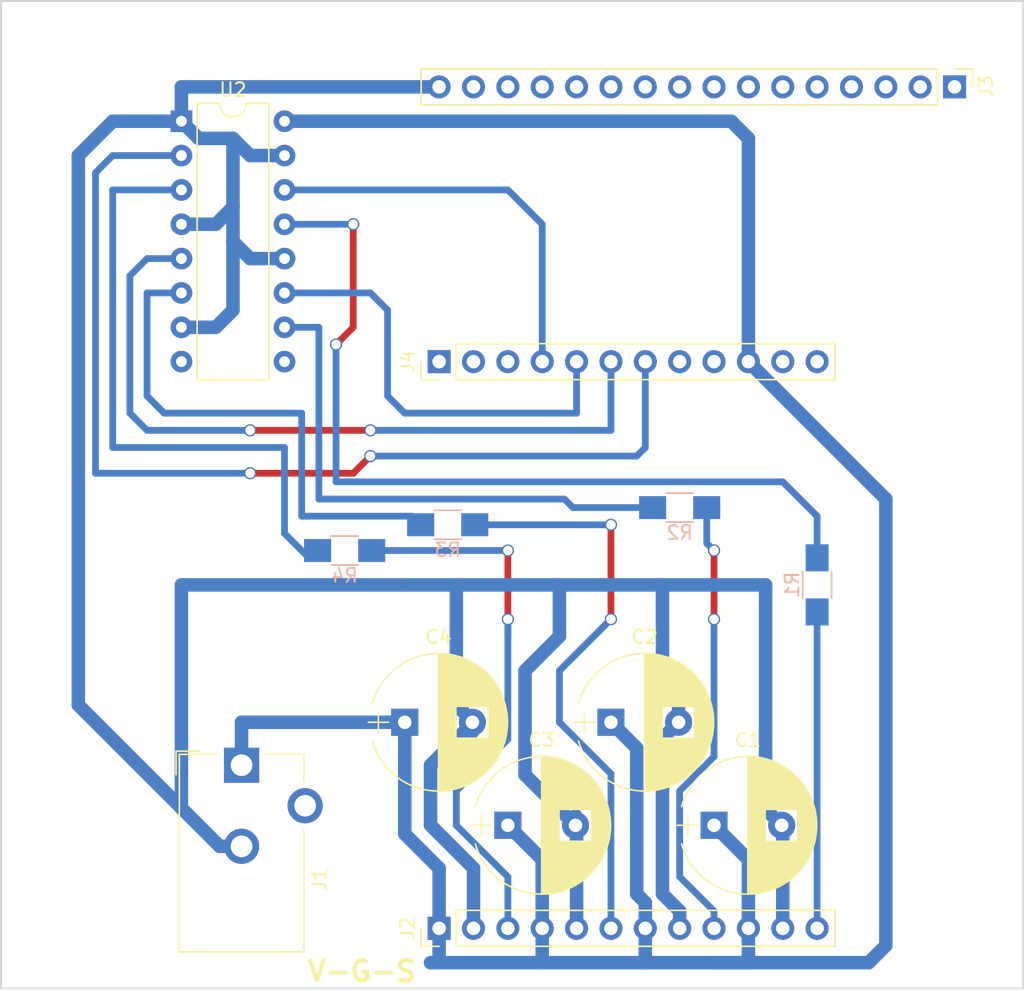
<source format=kicad_pcb>
(kicad_pcb (version 4) (host pcbnew 4.0.7-e2-6376~58~ubuntu16.04.1)

  (general
    (links 36)
    (no_connects 0)
    (area 14.529999 12.624999 90.245001 86.227619)
    (thickness 1.6)
    (drawings 6)
    (tracks 179)
    (zones 0)
    (modules 13)
    (nets 15)
  )

  (page A4)
  (layers
    (0 F.Cu signal)
    (31 B.Cu signal)
    (32 B.Adhes user)
    (33 F.Adhes user)
    (34 B.Paste user)
    (35 F.Paste user)
    (36 B.SilkS user)
    (37 F.SilkS user)
    (38 B.Mask user)
    (39 F.Mask user)
    (40 Dwgs.User user)
    (41 Cmts.User user)
    (42 Eco1.User user)
    (43 Eco2.User user)
    (44 Edge.Cuts user)
    (45 Margin user)
    (46 B.CrtYd user)
    (47 F.CrtYd user)
    (48 B.Fab user)
    (49 F.Fab user)
  )

  (setup
    (last_trace_width 0.5)
    (trace_clearance 0.4)
    (zone_clearance 0.508)
    (zone_45_only yes)
    (trace_min 0.2)
    (segment_width 0.2)
    (edge_width 0.15)
    (via_size 0.9)
    (via_drill 0.7)
    (via_min_size 0.4)
    (via_min_drill 0.3)
    (uvia_size 0.3)
    (uvia_drill 0.1)
    (uvias_allowed no)
    (uvia_min_size 0.2)
    (uvia_min_drill 0.1)
    (pcb_text_width 0.3)
    (pcb_text_size 1.5 1.5)
    (mod_edge_width 0.15)
    (mod_text_size 1 1)
    (mod_text_width 0.15)
    (pad_size 1.524 1.524)
    (pad_drill 0.762)
    (pad_to_mask_clearance 0.2)
    (aux_axis_origin 0 0)
    (visible_elements FFFFEF7F)
    (pcbplotparams
      (layerselection 0x00030_80000001)
      (usegerberextensions false)
      (excludeedgelayer true)
      (linewidth 0.100000)
      (plotframeref false)
      (viasonmask false)
      (mode 1)
      (useauxorigin false)
      (hpglpennumber 1)
      (hpglpenspeed 20)
      (hpglpendiameter 15)
      (hpglpenoverlay 2)
      (psnegative false)
      (psa4output false)
      (plotreference true)
      (plotvalue true)
      (plotinvisibletext false)
      (padsonsilk false)
      (subtractmaskfromsilk false)
      (outputformat 1)
      (mirror false)
      (drillshape 0)
      (scaleselection 1)
      (outputdirectory ../../cam/board/))
  )

  (net 0 "")
  (net 1 VCC)
  (net 2 GND)
  (net 3 SH1)
  (net 4 SH2)
  (net 5 SH3)
  (net 6 SH4)
  (net 7 SL4)
  (net 8 SL3)
  (net 9 SL2)
  (net 10 SL1)
  (net 11 "Net-(J2-Pad3)")
  (net 12 "Net-(J2-Pad6)")
  (net 13 "Net-(J2-Pad9)")
  (net 14 "Net-(J2-Pad12)")

  (net_class Default "This is the default net class."
    (clearance 0.4)
    (trace_width 0.5)
    (via_dia 0.9)
    (via_drill 0.7)
    (uvia_dia 0.3)
    (uvia_drill 0.1)
    (add_net "Net-(J2-Pad12)")
    (add_net "Net-(J2-Pad3)")
    (add_net "Net-(J2-Pad6)")
    (add_net "Net-(J2-Pad9)")
    (add_net SH1)
    (add_net SH2)
    (add_net SH3)
    (add_net SH4)
    (add_net SL1)
    (add_net SL2)
    (add_net SL3)
    (add_net SL4)
  )

  (net_class Power ""
    (clearance 0.4)
    (trace_width 1)
    (via_dia 0.9)
    (via_drill 0.7)
    (uvia_dia 0.3)
    (uvia_drill 0.1)
    (add_net GND)
    (add_net VCC)
  )

  (module Housings_DIP:DIP-16_W7.62mm (layer F.Cu) (tedit 59C78D6B) (tstamp 5A16BFFC)
    (at 27.94 21.59)
    (descr "16-lead though-hole mounted DIP package, row spacing 7.62 mm (300 mils)")
    (tags "THT DIP DIL PDIP 2.54mm 7.62mm 300mil")
    (path /5A16A334)
    (fp_text reference U2 (at 3.81 -2.33) (layer F.SilkS)
      (effects (font (size 1 1) (thickness 0.15)))
    )
    (fp_text value DIP-16-Socket (at 3.81 20.11) (layer F.Fab)
      (effects (font (size 1 1) (thickness 0.15)))
    )
    (fp_arc (start 3.81 -1.33) (end 2.81 -1.33) (angle -180) (layer F.SilkS) (width 0.12))
    (fp_line (start 1.635 -1.27) (end 6.985 -1.27) (layer F.Fab) (width 0.1))
    (fp_line (start 6.985 -1.27) (end 6.985 19.05) (layer F.Fab) (width 0.1))
    (fp_line (start 6.985 19.05) (end 0.635 19.05) (layer F.Fab) (width 0.1))
    (fp_line (start 0.635 19.05) (end 0.635 -0.27) (layer F.Fab) (width 0.1))
    (fp_line (start 0.635 -0.27) (end 1.635 -1.27) (layer F.Fab) (width 0.1))
    (fp_line (start 2.81 -1.33) (end 1.16 -1.33) (layer F.SilkS) (width 0.12))
    (fp_line (start 1.16 -1.33) (end 1.16 19.11) (layer F.SilkS) (width 0.12))
    (fp_line (start 1.16 19.11) (end 6.46 19.11) (layer F.SilkS) (width 0.12))
    (fp_line (start 6.46 19.11) (end 6.46 -1.33) (layer F.SilkS) (width 0.12))
    (fp_line (start 6.46 -1.33) (end 4.81 -1.33) (layer F.SilkS) (width 0.12))
    (fp_line (start -1.1 -1.55) (end -1.1 19.3) (layer F.CrtYd) (width 0.05))
    (fp_line (start -1.1 19.3) (end 8.7 19.3) (layer F.CrtYd) (width 0.05))
    (fp_line (start 8.7 19.3) (end 8.7 -1.55) (layer F.CrtYd) (width 0.05))
    (fp_line (start 8.7 -1.55) (end -1.1 -1.55) (layer F.CrtYd) (width 0.05))
    (fp_text user %R (at 3.81 8.89) (layer F.Fab)
      (effects (font (size 1 1) (thickness 0.15)))
    )
    (pad 1 thru_hole rect (at 0 0) (size 1.6 1.6) (drill 0.8) (layers *.Cu *.Mask)
      (net 2 GND))
    (pad 9 thru_hole oval (at 7.62 17.78) (size 1.6 1.6) (drill 0.8) (layers *.Cu *.Mask))
    (pad 2 thru_hole oval (at 0 2.54) (size 1.6 1.6) (drill 0.8) (layers *.Cu *.Mask)
      (net 10 SL1))
    (pad 10 thru_hole oval (at 7.62 15.24) (size 1.6 1.6) (drill 0.8) (layers *.Cu *.Mask)
      (net 5 SH3))
    (pad 3 thru_hole oval (at 0 5.08) (size 1.6 1.6) (drill 0.8) (layers *.Cu *.Mask)
      (net 3 SH1))
    (pad 11 thru_hole oval (at 7.62 12.7) (size 1.6 1.6) (drill 0.8) (layers *.Cu *.Mask)
      (net 8 SL3))
    (pad 4 thru_hole oval (at 0 7.62) (size 1.6 1.6) (drill 0.8) (layers *.Cu *.Mask)
      (net 2 GND))
    (pad 12 thru_hole oval (at 7.62 10.16) (size 1.6 1.6) (drill 0.8) (layers *.Cu *.Mask)
      (net 2 GND))
    (pad 5 thru_hole oval (at 0 10.16) (size 1.6 1.6) (drill 0.8) (layers *.Cu *.Mask)
      (net 9 SL2))
    (pad 13 thru_hole oval (at 7.62 7.62) (size 1.6 1.6) (drill 0.8) (layers *.Cu *.Mask)
      (net 6 SH4))
    (pad 6 thru_hole oval (at 0 12.7) (size 1.6 1.6) (drill 0.8) (layers *.Cu *.Mask)
      (net 4 SH2))
    (pad 14 thru_hole oval (at 7.62 5.08) (size 1.6 1.6) (drill 0.8) (layers *.Cu *.Mask)
      (net 7 SL4))
    (pad 7 thru_hole oval (at 0 15.24) (size 1.6 1.6) (drill 0.8) (layers *.Cu *.Mask)
      (net 2 GND))
    (pad 15 thru_hole oval (at 7.62 2.54) (size 1.6 1.6) (drill 0.8) (layers *.Cu *.Mask)
      (net 2 GND))
    (pad 8 thru_hole oval (at 0 17.78) (size 1.6 1.6) (drill 0.8) (layers *.Cu *.Mask))
    (pad 16 thru_hole oval (at 7.62 0) (size 1.6 1.6) (drill 0.8) (layers *.Cu *.Mask)
      (net 1 VCC))
    (model ${KISYS3DMOD}/Housings_DIP.3dshapes/DIP-16_W7.62mm.wrl
      (at (xyz 0 0 0))
      (scale (xyz 1 1 1))
      (rotate (xyz 0 0 0))
    )
  )

  (module Capacitors_ThroughHole:CP_Radial_D10.0mm_P5.00mm (layer F.Cu) (tedit 597BC7C2) (tstamp 5A16F8C7)
    (at 67.31 73.66)
    (descr "CP, Radial series, Radial, pin pitch=5.00mm, , diameter=10mm, Electrolytic Capacitor")
    (tags "CP Radial series Radial pin pitch 5.00mm  diameter 10mm Electrolytic Capacitor")
    (path /5A16E0AA)
    (fp_text reference C1 (at 2.5 -6.31) (layer F.SilkS)
      (effects (font (size 1 1) (thickness 0.15)))
    )
    (fp_text value CP (at 2.5 6.31) (layer F.Fab)
      (effects (font (size 1 1) (thickness 0.15)))
    )
    (fp_arc (start 2.5 0) (end -2.399357 -1.38) (angle 148.5) (layer F.SilkS) (width 0.12))
    (fp_arc (start 2.5 0) (end -2.399357 1.38) (angle -148.5) (layer F.SilkS) (width 0.12))
    (fp_arc (start 2.5 0) (end 7.399357 -1.38) (angle 31.5) (layer F.SilkS) (width 0.12))
    (fp_circle (center 2.5 0) (end 7.5 0) (layer F.Fab) (width 0.1))
    (fp_line (start -2.7 0) (end -1.2 0) (layer F.Fab) (width 0.1))
    (fp_line (start -1.95 -0.75) (end -1.95 0.75) (layer F.Fab) (width 0.1))
    (fp_line (start 2.5 -5.05) (end 2.5 5.05) (layer F.SilkS) (width 0.12))
    (fp_line (start 2.54 -5.05) (end 2.54 5.05) (layer F.SilkS) (width 0.12))
    (fp_line (start 2.58 -5.05) (end 2.58 5.05) (layer F.SilkS) (width 0.12))
    (fp_line (start 2.62 -5.049) (end 2.62 5.049) (layer F.SilkS) (width 0.12))
    (fp_line (start 2.66 -5.048) (end 2.66 5.048) (layer F.SilkS) (width 0.12))
    (fp_line (start 2.7 -5.047) (end 2.7 5.047) (layer F.SilkS) (width 0.12))
    (fp_line (start 2.74 -5.045) (end 2.74 5.045) (layer F.SilkS) (width 0.12))
    (fp_line (start 2.78 -5.043) (end 2.78 5.043) (layer F.SilkS) (width 0.12))
    (fp_line (start 2.82 -5.04) (end 2.82 5.04) (layer F.SilkS) (width 0.12))
    (fp_line (start 2.86 -5.038) (end 2.86 5.038) (layer F.SilkS) (width 0.12))
    (fp_line (start 2.9 -5.035) (end 2.9 5.035) (layer F.SilkS) (width 0.12))
    (fp_line (start 2.94 -5.031) (end 2.94 5.031) (layer F.SilkS) (width 0.12))
    (fp_line (start 2.98 -5.028) (end 2.98 5.028) (layer F.SilkS) (width 0.12))
    (fp_line (start 3.02 -5.024) (end 3.02 5.024) (layer F.SilkS) (width 0.12))
    (fp_line (start 3.06 -5.02) (end 3.06 5.02) (layer F.SilkS) (width 0.12))
    (fp_line (start 3.1 -5.015) (end 3.1 5.015) (layer F.SilkS) (width 0.12))
    (fp_line (start 3.14 -5.01) (end 3.14 5.01) (layer F.SilkS) (width 0.12))
    (fp_line (start 3.18 -5.005) (end 3.18 5.005) (layer F.SilkS) (width 0.12))
    (fp_line (start 3.221 -4.999) (end 3.221 4.999) (layer F.SilkS) (width 0.12))
    (fp_line (start 3.261 -4.993) (end 3.261 4.993) (layer F.SilkS) (width 0.12))
    (fp_line (start 3.301 -4.987) (end 3.301 4.987) (layer F.SilkS) (width 0.12))
    (fp_line (start 3.341 -4.981) (end 3.341 4.981) (layer F.SilkS) (width 0.12))
    (fp_line (start 3.381 -4.974) (end 3.381 4.974) (layer F.SilkS) (width 0.12))
    (fp_line (start 3.421 -4.967) (end 3.421 4.967) (layer F.SilkS) (width 0.12))
    (fp_line (start 3.461 -4.959) (end 3.461 4.959) (layer F.SilkS) (width 0.12))
    (fp_line (start 3.501 -4.951) (end 3.501 4.951) (layer F.SilkS) (width 0.12))
    (fp_line (start 3.541 -4.943) (end 3.541 4.943) (layer F.SilkS) (width 0.12))
    (fp_line (start 3.581 -4.935) (end 3.581 4.935) (layer F.SilkS) (width 0.12))
    (fp_line (start 3.621 -4.926) (end 3.621 4.926) (layer F.SilkS) (width 0.12))
    (fp_line (start 3.661 -4.917) (end 3.661 4.917) (layer F.SilkS) (width 0.12))
    (fp_line (start 3.701 -4.907) (end 3.701 4.907) (layer F.SilkS) (width 0.12))
    (fp_line (start 3.741 -4.897) (end 3.741 4.897) (layer F.SilkS) (width 0.12))
    (fp_line (start 3.781 -4.887) (end 3.781 4.887) (layer F.SilkS) (width 0.12))
    (fp_line (start 3.821 -4.876) (end 3.821 -1.181) (layer F.SilkS) (width 0.12))
    (fp_line (start 3.821 1.181) (end 3.821 4.876) (layer F.SilkS) (width 0.12))
    (fp_line (start 3.861 -4.865) (end 3.861 -1.181) (layer F.SilkS) (width 0.12))
    (fp_line (start 3.861 1.181) (end 3.861 4.865) (layer F.SilkS) (width 0.12))
    (fp_line (start 3.901 -4.854) (end 3.901 -1.181) (layer F.SilkS) (width 0.12))
    (fp_line (start 3.901 1.181) (end 3.901 4.854) (layer F.SilkS) (width 0.12))
    (fp_line (start 3.941 -4.843) (end 3.941 -1.181) (layer F.SilkS) (width 0.12))
    (fp_line (start 3.941 1.181) (end 3.941 4.843) (layer F.SilkS) (width 0.12))
    (fp_line (start 3.981 -4.831) (end 3.981 -1.181) (layer F.SilkS) (width 0.12))
    (fp_line (start 3.981 1.181) (end 3.981 4.831) (layer F.SilkS) (width 0.12))
    (fp_line (start 4.021 -4.818) (end 4.021 -1.181) (layer F.SilkS) (width 0.12))
    (fp_line (start 4.021 1.181) (end 4.021 4.818) (layer F.SilkS) (width 0.12))
    (fp_line (start 4.061 -4.806) (end 4.061 -1.181) (layer F.SilkS) (width 0.12))
    (fp_line (start 4.061 1.181) (end 4.061 4.806) (layer F.SilkS) (width 0.12))
    (fp_line (start 4.101 -4.792) (end 4.101 -1.181) (layer F.SilkS) (width 0.12))
    (fp_line (start 4.101 1.181) (end 4.101 4.792) (layer F.SilkS) (width 0.12))
    (fp_line (start 4.141 -4.779) (end 4.141 -1.181) (layer F.SilkS) (width 0.12))
    (fp_line (start 4.141 1.181) (end 4.141 4.779) (layer F.SilkS) (width 0.12))
    (fp_line (start 4.181 -4.765) (end 4.181 -1.181) (layer F.SilkS) (width 0.12))
    (fp_line (start 4.181 1.181) (end 4.181 4.765) (layer F.SilkS) (width 0.12))
    (fp_line (start 4.221 -4.751) (end 4.221 -1.181) (layer F.SilkS) (width 0.12))
    (fp_line (start 4.221 1.181) (end 4.221 4.751) (layer F.SilkS) (width 0.12))
    (fp_line (start 4.261 -4.737) (end 4.261 -1.181) (layer F.SilkS) (width 0.12))
    (fp_line (start 4.261 1.181) (end 4.261 4.737) (layer F.SilkS) (width 0.12))
    (fp_line (start 4.301 -4.722) (end 4.301 -1.181) (layer F.SilkS) (width 0.12))
    (fp_line (start 4.301 1.181) (end 4.301 4.722) (layer F.SilkS) (width 0.12))
    (fp_line (start 4.341 -4.706) (end 4.341 -1.181) (layer F.SilkS) (width 0.12))
    (fp_line (start 4.341 1.181) (end 4.341 4.706) (layer F.SilkS) (width 0.12))
    (fp_line (start 4.381 -4.691) (end 4.381 -1.181) (layer F.SilkS) (width 0.12))
    (fp_line (start 4.381 1.181) (end 4.381 4.691) (layer F.SilkS) (width 0.12))
    (fp_line (start 4.421 -4.674) (end 4.421 -1.181) (layer F.SilkS) (width 0.12))
    (fp_line (start 4.421 1.181) (end 4.421 4.674) (layer F.SilkS) (width 0.12))
    (fp_line (start 4.461 -4.658) (end 4.461 -1.181) (layer F.SilkS) (width 0.12))
    (fp_line (start 4.461 1.181) (end 4.461 4.658) (layer F.SilkS) (width 0.12))
    (fp_line (start 4.501 -4.641) (end 4.501 -1.181) (layer F.SilkS) (width 0.12))
    (fp_line (start 4.501 1.181) (end 4.501 4.641) (layer F.SilkS) (width 0.12))
    (fp_line (start 4.541 -4.624) (end 4.541 -1.181) (layer F.SilkS) (width 0.12))
    (fp_line (start 4.541 1.181) (end 4.541 4.624) (layer F.SilkS) (width 0.12))
    (fp_line (start 4.581 -4.606) (end 4.581 -1.181) (layer F.SilkS) (width 0.12))
    (fp_line (start 4.581 1.181) (end 4.581 4.606) (layer F.SilkS) (width 0.12))
    (fp_line (start 4.621 -4.588) (end 4.621 -1.181) (layer F.SilkS) (width 0.12))
    (fp_line (start 4.621 1.181) (end 4.621 4.588) (layer F.SilkS) (width 0.12))
    (fp_line (start 4.661 -4.569) (end 4.661 -1.181) (layer F.SilkS) (width 0.12))
    (fp_line (start 4.661 1.181) (end 4.661 4.569) (layer F.SilkS) (width 0.12))
    (fp_line (start 4.701 -4.55) (end 4.701 -1.181) (layer F.SilkS) (width 0.12))
    (fp_line (start 4.701 1.181) (end 4.701 4.55) (layer F.SilkS) (width 0.12))
    (fp_line (start 4.741 -4.531) (end 4.741 -1.181) (layer F.SilkS) (width 0.12))
    (fp_line (start 4.741 1.181) (end 4.741 4.531) (layer F.SilkS) (width 0.12))
    (fp_line (start 4.781 -4.511) (end 4.781 -1.181) (layer F.SilkS) (width 0.12))
    (fp_line (start 4.781 1.181) (end 4.781 4.511) (layer F.SilkS) (width 0.12))
    (fp_line (start 4.821 -4.491) (end 4.821 -1.181) (layer F.SilkS) (width 0.12))
    (fp_line (start 4.821 1.181) (end 4.821 4.491) (layer F.SilkS) (width 0.12))
    (fp_line (start 4.861 -4.47) (end 4.861 -1.181) (layer F.SilkS) (width 0.12))
    (fp_line (start 4.861 1.181) (end 4.861 4.47) (layer F.SilkS) (width 0.12))
    (fp_line (start 4.901 -4.449) (end 4.901 -1.181) (layer F.SilkS) (width 0.12))
    (fp_line (start 4.901 1.181) (end 4.901 4.449) (layer F.SilkS) (width 0.12))
    (fp_line (start 4.941 -4.428) (end 4.941 -1.181) (layer F.SilkS) (width 0.12))
    (fp_line (start 4.941 1.181) (end 4.941 4.428) (layer F.SilkS) (width 0.12))
    (fp_line (start 4.981 -4.405) (end 4.981 -1.181) (layer F.SilkS) (width 0.12))
    (fp_line (start 4.981 1.181) (end 4.981 4.405) (layer F.SilkS) (width 0.12))
    (fp_line (start 5.021 -4.383) (end 5.021 -1.181) (layer F.SilkS) (width 0.12))
    (fp_line (start 5.021 1.181) (end 5.021 4.383) (layer F.SilkS) (width 0.12))
    (fp_line (start 5.061 -4.36) (end 5.061 -1.181) (layer F.SilkS) (width 0.12))
    (fp_line (start 5.061 1.181) (end 5.061 4.36) (layer F.SilkS) (width 0.12))
    (fp_line (start 5.101 -4.336) (end 5.101 -1.181) (layer F.SilkS) (width 0.12))
    (fp_line (start 5.101 1.181) (end 5.101 4.336) (layer F.SilkS) (width 0.12))
    (fp_line (start 5.141 -4.312) (end 5.141 -1.181) (layer F.SilkS) (width 0.12))
    (fp_line (start 5.141 1.181) (end 5.141 4.312) (layer F.SilkS) (width 0.12))
    (fp_line (start 5.181 -4.288) (end 5.181 -1.181) (layer F.SilkS) (width 0.12))
    (fp_line (start 5.181 1.181) (end 5.181 4.288) (layer F.SilkS) (width 0.12))
    (fp_line (start 5.221 -4.263) (end 5.221 -1.181) (layer F.SilkS) (width 0.12))
    (fp_line (start 5.221 1.181) (end 5.221 4.263) (layer F.SilkS) (width 0.12))
    (fp_line (start 5.261 -4.237) (end 5.261 -1.181) (layer F.SilkS) (width 0.12))
    (fp_line (start 5.261 1.181) (end 5.261 4.237) (layer F.SilkS) (width 0.12))
    (fp_line (start 5.301 -4.211) (end 5.301 -1.181) (layer F.SilkS) (width 0.12))
    (fp_line (start 5.301 1.181) (end 5.301 4.211) (layer F.SilkS) (width 0.12))
    (fp_line (start 5.341 -4.185) (end 5.341 -1.181) (layer F.SilkS) (width 0.12))
    (fp_line (start 5.341 1.181) (end 5.341 4.185) (layer F.SilkS) (width 0.12))
    (fp_line (start 5.381 -4.157) (end 5.381 -1.181) (layer F.SilkS) (width 0.12))
    (fp_line (start 5.381 1.181) (end 5.381 4.157) (layer F.SilkS) (width 0.12))
    (fp_line (start 5.421 -4.13) (end 5.421 -1.181) (layer F.SilkS) (width 0.12))
    (fp_line (start 5.421 1.181) (end 5.421 4.13) (layer F.SilkS) (width 0.12))
    (fp_line (start 5.461 -4.101) (end 5.461 -1.181) (layer F.SilkS) (width 0.12))
    (fp_line (start 5.461 1.181) (end 5.461 4.101) (layer F.SilkS) (width 0.12))
    (fp_line (start 5.501 -4.072) (end 5.501 -1.181) (layer F.SilkS) (width 0.12))
    (fp_line (start 5.501 1.181) (end 5.501 4.072) (layer F.SilkS) (width 0.12))
    (fp_line (start 5.541 -4.043) (end 5.541 -1.181) (layer F.SilkS) (width 0.12))
    (fp_line (start 5.541 1.181) (end 5.541 4.043) (layer F.SilkS) (width 0.12))
    (fp_line (start 5.581 -4.013) (end 5.581 -1.181) (layer F.SilkS) (width 0.12))
    (fp_line (start 5.581 1.181) (end 5.581 4.013) (layer F.SilkS) (width 0.12))
    (fp_line (start 5.621 -3.982) (end 5.621 -1.181) (layer F.SilkS) (width 0.12))
    (fp_line (start 5.621 1.181) (end 5.621 3.982) (layer F.SilkS) (width 0.12))
    (fp_line (start 5.661 -3.951) (end 5.661 -1.181) (layer F.SilkS) (width 0.12))
    (fp_line (start 5.661 1.181) (end 5.661 3.951) (layer F.SilkS) (width 0.12))
    (fp_line (start 5.701 -3.919) (end 5.701 -1.181) (layer F.SilkS) (width 0.12))
    (fp_line (start 5.701 1.181) (end 5.701 3.919) (layer F.SilkS) (width 0.12))
    (fp_line (start 5.741 -3.886) (end 5.741 -1.181) (layer F.SilkS) (width 0.12))
    (fp_line (start 5.741 1.181) (end 5.741 3.886) (layer F.SilkS) (width 0.12))
    (fp_line (start 5.781 -3.853) (end 5.781 -1.181) (layer F.SilkS) (width 0.12))
    (fp_line (start 5.781 1.181) (end 5.781 3.853) (layer F.SilkS) (width 0.12))
    (fp_line (start 5.821 -3.819) (end 5.821 -1.181) (layer F.SilkS) (width 0.12))
    (fp_line (start 5.821 1.181) (end 5.821 3.819) (layer F.SilkS) (width 0.12))
    (fp_line (start 5.861 -3.784) (end 5.861 -1.181) (layer F.SilkS) (width 0.12))
    (fp_line (start 5.861 1.181) (end 5.861 3.784) (layer F.SilkS) (width 0.12))
    (fp_line (start 5.901 -3.748) (end 5.901 -1.181) (layer F.SilkS) (width 0.12))
    (fp_line (start 5.901 1.181) (end 5.901 3.748) (layer F.SilkS) (width 0.12))
    (fp_line (start 5.941 -3.712) (end 5.941 -1.181) (layer F.SilkS) (width 0.12))
    (fp_line (start 5.941 1.181) (end 5.941 3.712) (layer F.SilkS) (width 0.12))
    (fp_line (start 5.981 -3.675) (end 5.981 -1.181) (layer F.SilkS) (width 0.12))
    (fp_line (start 5.981 1.181) (end 5.981 3.675) (layer F.SilkS) (width 0.12))
    (fp_line (start 6.021 -3.637) (end 6.021 -1.181) (layer F.SilkS) (width 0.12))
    (fp_line (start 6.021 1.181) (end 6.021 3.637) (layer F.SilkS) (width 0.12))
    (fp_line (start 6.061 -3.598) (end 6.061 -1.181) (layer F.SilkS) (width 0.12))
    (fp_line (start 6.061 1.181) (end 6.061 3.598) (layer F.SilkS) (width 0.12))
    (fp_line (start 6.101 -3.559) (end 6.101 -1.181) (layer F.SilkS) (width 0.12))
    (fp_line (start 6.101 1.181) (end 6.101 3.559) (layer F.SilkS) (width 0.12))
    (fp_line (start 6.141 -3.518) (end 6.141 -1.181) (layer F.SilkS) (width 0.12))
    (fp_line (start 6.141 1.181) (end 6.141 3.518) (layer F.SilkS) (width 0.12))
    (fp_line (start 6.181 -3.477) (end 6.181 3.477) (layer F.SilkS) (width 0.12))
    (fp_line (start 6.221 -3.435) (end 6.221 3.435) (layer F.SilkS) (width 0.12))
    (fp_line (start 6.261 -3.391) (end 6.261 3.391) (layer F.SilkS) (width 0.12))
    (fp_line (start 6.301 -3.347) (end 6.301 3.347) (layer F.SilkS) (width 0.12))
    (fp_line (start 6.341 -3.302) (end 6.341 3.302) (layer F.SilkS) (width 0.12))
    (fp_line (start 6.381 -3.255) (end 6.381 3.255) (layer F.SilkS) (width 0.12))
    (fp_line (start 6.421 -3.207) (end 6.421 3.207) (layer F.SilkS) (width 0.12))
    (fp_line (start 6.461 -3.158) (end 6.461 3.158) (layer F.SilkS) (width 0.12))
    (fp_line (start 6.501 -3.108) (end 6.501 3.108) (layer F.SilkS) (width 0.12))
    (fp_line (start 6.541 -3.057) (end 6.541 3.057) (layer F.SilkS) (width 0.12))
    (fp_line (start 6.581 -3.004) (end 6.581 3.004) (layer F.SilkS) (width 0.12))
    (fp_line (start 6.621 -2.949) (end 6.621 2.949) (layer F.SilkS) (width 0.12))
    (fp_line (start 6.661 -2.894) (end 6.661 2.894) (layer F.SilkS) (width 0.12))
    (fp_line (start 6.701 -2.836) (end 6.701 2.836) (layer F.SilkS) (width 0.12))
    (fp_line (start 6.741 -2.777) (end 6.741 2.777) (layer F.SilkS) (width 0.12))
    (fp_line (start 6.781 -2.715) (end 6.781 2.715) (layer F.SilkS) (width 0.12))
    (fp_line (start 6.821 -2.652) (end 6.821 2.652) (layer F.SilkS) (width 0.12))
    (fp_line (start 6.861 -2.587) (end 6.861 2.587) (layer F.SilkS) (width 0.12))
    (fp_line (start 6.901 -2.519) (end 6.901 2.519) (layer F.SilkS) (width 0.12))
    (fp_line (start 6.941 -2.449) (end 6.941 2.449) (layer F.SilkS) (width 0.12))
    (fp_line (start 6.981 -2.377) (end 6.981 2.377) (layer F.SilkS) (width 0.12))
    (fp_line (start 7.021 -2.301) (end 7.021 2.301) (layer F.SilkS) (width 0.12))
    (fp_line (start 7.061 -2.222) (end 7.061 2.222) (layer F.SilkS) (width 0.12))
    (fp_line (start 7.101 -2.14) (end 7.101 2.14) (layer F.SilkS) (width 0.12))
    (fp_line (start 7.141 -2.053) (end 7.141 2.053) (layer F.SilkS) (width 0.12))
    (fp_line (start 7.181 -1.962) (end 7.181 1.962) (layer F.SilkS) (width 0.12))
    (fp_line (start 7.221 -1.866) (end 7.221 1.866) (layer F.SilkS) (width 0.12))
    (fp_line (start 7.261 -1.763) (end 7.261 1.763) (layer F.SilkS) (width 0.12))
    (fp_line (start 7.301 -1.654) (end 7.301 1.654) (layer F.SilkS) (width 0.12))
    (fp_line (start 7.341 -1.536) (end 7.341 1.536) (layer F.SilkS) (width 0.12))
    (fp_line (start 7.381 -1.407) (end 7.381 1.407) (layer F.SilkS) (width 0.12))
    (fp_line (start 7.421 -1.265) (end 7.421 1.265) (layer F.SilkS) (width 0.12))
    (fp_line (start 7.461 -1.104) (end 7.461 1.104) (layer F.SilkS) (width 0.12))
    (fp_line (start 7.501 -0.913) (end 7.501 0.913) (layer F.SilkS) (width 0.12))
    (fp_line (start 7.541 -0.672) (end 7.541 0.672) (layer F.SilkS) (width 0.12))
    (fp_line (start 7.581 -0.279) (end 7.581 0.279) (layer F.SilkS) (width 0.12))
    (fp_line (start -2.7 0) (end -1.2 0) (layer F.SilkS) (width 0.12))
    (fp_line (start -1.95 -0.75) (end -1.95 0.75) (layer F.SilkS) (width 0.12))
    (fp_line (start -2.85 -5.35) (end -2.85 5.35) (layer F.CrtYd) (width 0.05))
    (fp_line (start -2.85 5.35) (end 7.85 5.35) (layer F.CrtYd) (width 0.05))
    (fp_line (start 7.85 5.35) (end 7.85 -5.35) (layer F.CrtYd) (width 0.05))
    (fp_line (start 7.85 -5.35) (end -2.85 -5.35) (layer F.CrtYd) (width 0.05))
    (fp_text user %R (at 2.5 0) (layer F.Fab)
      (effects (font (size 1 1) (thickness 0.15)))
    )
    (pad 1 thru_hole rect (at 0 0) (size 2 2) (drill 1) (layers *.Cu *.Mask)
      (net 1 VCC))
    (pad 2 thru_hole circle (at 5 0) (size 2 2) (drill 1) (layers *.Cu *.Mask)
      (net 2 GND))
    (model ${KISYS3DMOD}/Capacitors_THT.3dshapes/CP_Radial_D10.0mm_P5.00mm.wrl
      (at (xyz 0 0 0))
      (scale (xyz 1 1 1))
      (rotate (xyz 0 0 0))
    )
  )

  (module Pin_Headers:Pin_Header_Straight_1x12_Pitch2.54mm (layer F.Cu) (tedit 59650532) (tstamp 5A16BFC4)
    (at 46.99 81.28 90)
    (descr "Through hole straight pin header, 1x12, 2.54mm pitch, single row")
    (tags "Through hole pin header THT 1x12 2.54mm single row")
    (path /5A168D67)
    (fp_text reference J2 (at 0 -2.33 90) (layer F.SilkS)
      (effects (font (size 1 1) (thickness 0.15)))
    )
    (fp_text value Conn_01x12 (at 0 30.27 90) (layer F.Fab)
      (effects (font (size 1 1) (thickness 0.15)))
    )
    (fp_line (start -0.635 -1.27) (end 1.27 -1.27) (layer F.Fab) (width 0.1))
    (fp_line (start 1.27 -1.27) (end 1.27 29.21) (layer F.Fab) (width 0.1))
    (fp_line (start 1.27 29.21) (end -1.27 29.21) (layer F.Fab) (width 0.1))
    (fp_line (start -1.27 29.21) (end -1.27 -0.635) (layer F.Fab) (width 0.1))
    (fp_line (start -1.27 -0.635) (end -0.635 -1.27) (layer F.Fab) (width 0.1))
    (fp_line (start -1.33 29.27) (end 1.33 29.27) (layer F.SilkS) (width 0.12))
    (fp_line (start -1.33 1.27) (end -1.33 29.27) (layer F.SilkS) (width 0.12))
    (fp_line (start 1.33 1.27) (end 1.33 29.27) (layer F.SilkS) (width 0.12))
    (fp_line (start -1.33 1.27) (end 1.33 1.27) (layer F.SilkS) (width 0.12))
    (fp_line (start -1.33 0) (end -1.33 -1.33) (layer F.SilkS) (width 0.12))
    (fp_line (start -1.33 -1.33) (end 0 -1.33) (layer F.SilkS) (width 0.12))
    (fp_line (start -1.8 -1.8) (end -1.8 29.75) (layer F.CrtYd) (width 0.05))
    (fp_line (start -1.8 29.75) (end 1.8 29.75) (layer F.CrtYd) (width 0.05))
    (fp_line (start 1.8 29.75) (end 1.8 -1.8) (layer F.CrtYd) (width 0.05))
    (fp_line (start 1.8 -1.8) (end -1.8 -1.8) (layer F.CrtYd) (width 0.05))
    (fp_text user %R (at 0 13.97 180) (layer F.Fab)
      (effects (font (size 1 1) (thickness 0.15)))
    )
    (pad 1 thru_hole rect (at 0 0 90) (size 1.7 1.7) (drill 1) (layers *.Cu *.Mask)
      (net 1 VCC))
    (pad 2 thru_hole oval (at 0 2.54 90) (size 1.7 1.7) (drill 1) (layers *.Cu *.Mask)
      (net 2 GND))
    (pad 3 thru_hole oval (at 0 5.08 90) (size 1.7 1.7) (drill 1) (layers *.Cu *.Mask)
      (net 11 "Net-(J2-Pad3)"))
    (pad 4 thru_hole oval (at 0 7.62 90) (size 1.7 1.7) (drill 1) (layers *.Cu *.Mask)
      (net 1 VCC))
    (pad 5 thru_hole oval (at 0 10.16 90) (size 1.7 1.7) (drill 1) (layers *.Cu *.Mask)
      (net 2 GND))
    (pad 6 thru_hole oval (at 0 12.7 90) (size 1.7 1.7) (drill 1) (layers *.Cu *.Mask)
      (net 12 "Net-(J2-Pad6)"))
    (pad 7 thru_hole oval (at 0 15.24 90) (size 1.7 1.7) (drill 1) (layers *.Cu *.Mask)
      (net 1 VCC))
    (pad 8 thru_hole oval (at 0 17.78 90) (size 1.7 1.7) (drill 1) (layers *.Cu *.Mask)
      (net 2 GND))
    (pad 9 thru_hole oval (at 0 20.32 90) (size 1.7 1.7) (drill 1) (layers *.Cu *.Mask)
      (net 13 "Net-(J2-Pad9)"))
    (pad 10 thru_hole oval (at 0 22.86 90) (size 1.7 1.7) (drill 1) (layers *.Cu *.Mask)
      (net 1 VCC))
    (pad 11 thru_hole oval (at 0 25.4 90) (size 1.7 1.7) (drill 1) (layers *.Cu *.Mask)
      (net 2 GND))
    (pad 12 thru_hole oval (at 0 27.94 90) (size 1.7 1.7) (drill 1) (layers *.Cu *.Mask)
      (net 14 "Net-(J2-Pad12)"))
    (model ${KISYS3DMOD}/Pin_Headers.3dshapes/Pin_Header_Straight_1x12_Pitch2.54mm.wrl
      (at (xyz 0 0 0))
      (scale (xyz 1 1 1))
      (rotate (xyz 0 0 0))
    )
  )

  (module Pin_Headers:Pin_Header_Straight_1x16_Pitch2.54mm (layer F.Cu) (tedit 59650532) (tstamp 5A16BFD8)
    (at 85.09 19.05 270)
    (descr "Through hole straight pin header, 1x16, 2.54mm pitch, single row")
    (tags "Through hole pin header THT 1x16 2.54mm single row")
    (path /5A16CA93)
    (fp_text reference J3 (at 0 -2.33 270) (layer F.SilkS)
      (effects (font (size 1 1) (thickness 0.15)))
    )
    (fp_text value Conn_01x16 (at 0 40.43 270) (layer F.Fab)
      (effects (font (size 1 1) (thickness 0.15)))
    )
    (fp_line (start -0.635 -1.27) (end 1.27 -1.27) (layer F.Fab) (width 0.1))
    (fp_line (start 1.27 -1.27) (end 1.27 39.37) (layer F.Fab) (width 0.1))
    (fp_line (start 1.27 39.37) (end -1.27 39.37) (layer F.Fab) (width 0.1))
    (fp_line (start -1.27 39.37) (end -1.27 -0.635) (layer F.Fab) (width 0.1))
    (fp_line (start -1.27 -0.635) (end -0.635 -1.27) (layer F.Fab) (width 0.1))
    (fp_line (start -1.33 39.43) (end 1.33 39.43) (layer F.SilkS) (width 0.12))
    (fp_line (start -1.33 1.27) (end -1.33 39.43) (layer F.SilkS) (width 0.12))
    (fp_line (start 1.33 1.27) (end 1.33 39.43) (layer F.SilkS) (width 0.12))
    (fp_line (start -1.33 1.27) (end 1.33 1.27) (layer F.SilkS) (width 0.12))
    (fp_line (start -1.33 0) (end -1.33 -1.33) (layer F.SilkS) (width 0.12))
    (fp_line (start -1.33 -1.33) (end 0 -1.33) (layer F.SilkS) (width 0.12))
    (fp_line (start -1.8 -1.8) (end -1.8 39.9) (layer F.CrtYd) (width 0.05))
    (fp_line (start -1.8 39.9) (end 1.8 39.9) (layer F.CrtYd) (width 0.05))
    (fp_line (start 1.8 39.9) (end 1.8 -1.8) (layer F.CrtYd) (width 0.05))
    (fp_line (start 1.8 -1.8) (end -1.8 -1.8) (layer F.CrtYd) (width 0.05))
    (fp_text user %R (at 0 19.05 360) (layer F.Fab)
      (effects (font (size 1 1) (thickness 0.15)))
    )
    (pad 1 thru_hole rect (at 0 0 270) (size 1.7 1.7) (drill 1) (layers *.Cu *.Mask))
    (pad 2 thru_hole oval (at 0 2.54 270) (size 1.7 1.7) (drill 1) (layers *.Cu *.Mask))
    (pad 3 thru_hole oval (at 0 5.08 270) (size 1.7 1.7) (drill 1) (layers *.Cu *.Mask))
    (pad 4 thru_hole oval (at 0 7.62 270) (size 1.7 1.7) (drill 1) (layers *.Cu *.Mask))
    (pad 5 thru_hole oval (at 0 10.16 270) (size 1.7 1.7) (drill 1) (layers *.Cu *.Mask))
    (pad 6 thru_hole oval (at 0 12.7 270) (size 1.7 1.7) (drill 1) (layers *.Cu *.Mask))
    (pad 7 thru_hole oval (at 0 15.24 270) (size 1.7 1.7) (drill 1) (layers *.Cu *.Mask))
    (pad 8 thru_hole oval (at 0 17.78 270) (size 1.7 1.7) (drill 1) (layers *.Cu *.Mask))
    (pad 9 thru_hole oval (at 0 20.32 270) (size 1.7 1.7) (drill 1) (layers *.Cu *.Mask))
    (pad 10 thru_hole oval (at 0 22.86 270) (size 1.7 1.7) (drill 1) (layers *.Cu *.Mask))
    (pad 11 thru_hole oval (at 0 25.4 270) (size 1.7 1.7) (drill 1) (layers *.Cu *.Mask))
    (pad 12 thru_hole oval (at 0 27.94 270) (size 1.7 1.7) (drill 1) (layers *.Cu *.Mask))
    (pad 13 thru_hole oval (at 0 30.48 270) (size 1.7 1.7) (drill 1) (layers *.Cu *.Mask))
    (pad 14 thru_hole oval (at 0 33.02 270) (size 1.7 1.7) (drill 1) (layers *.Cu *.Mask))
    (pad 15 thru_hole oval (at 0 35.56 270) (size 1.7 1.7) (drill 1) (layers *.Cu *.Mask))
    (pad 16 thru_hole oval (at 0 38.1 270) (size 1.7 1.7) (drill 1) (layers *.Cu *.Mask)
      (net 2 GND))
    (model ${KISYS3DMOD}/Pin_Headers.3dshapes/Pin_Header_Straight_1x16_Pitch2.54mm.wrl
      (at (xyz 0 0 0))
      (scale (xyz 1 1 1))
      (rotate (xyz 0 0 0))
    )
  )

  (module Pin_Headers:Pin_Header_Straight_1x12_Pitch2.54mm (layer F.Cu) (tedit 59650532) (tstamp 5A16BFE8)
    (at 46.99 39.37 90)
    (descr "Through hole straight pin header, 1x12, 2.54mm pitch, single row")
    (tags "Through hole pin header THT 1x12 2.54mm single row")
    (path /5A16C22F)
    (fp_text reference J4 (at 0 -2.33 90) (layer F.SilkS)
      (effects (font (size 1 1) (thickness 0.15)))
    )
    (fp_text value Conn_01x12 (at 0 30.27 90) (layer F.Fab)
      (effects (font (size 1 1) (thickness 0.15)))
    )
    (fp_line (start -0.635 -1.27) (end 1.27 -1.27) (layer F.Fab) (width 0.1))
    (fp_line (start 1.27 -1.27) (end 1.27 29.21) (layer F.Fab) (width 0.1))
    (fp_line (start 1.27 29.21) (end -1.27 29.21) (layer F.Fab) (width 0.1))
    (fp_line (start -1.27 29.21) (end -1.27 -0.635) (layer F.Fab) (width 0.1))
    (fp_line (start -1.27 -0.635) (end -0.635 -1.27) (layer F.Fab) (width 0.1))
    (fp_line (start -1.33 29.27) (end 1.33 29.27) (layer F.SilkS) (width 0.12))
    (fp_line (start -1.33 1.27) (end -1.33 29.27) (layer F.SilkS) (width 0.12))
    (fp_line (start 1.33 1.27) (end 1.33 29.27) (layer F.SilkS) (width 0.12))
    (fp_line (start -1.33 1.27) (end 1.33 1.27) (layer F.SilkS) (width 0.12))
    (fp_line (start -1.33 0) (end -1.33 -1.33) (layer F.SilkS) (width 0.12))
    (fp_line (start -1.33 -1.33) (end 0 -1.33) (layer F.SilkS) (width 0.12))
    (fp_line (start -1.8 -1.8) (end -1.8 29.75) (layer F.CrtYd) (width 0.05))
    (fp_line (start -1.8 29.75) (end 1.8 29.75) (layer F.CrtYd) (width 0.05))
    (fp_line (start 1.8 29.75) (end 1.8 -1.8) (layer F.CrtYd) (width 0.05))
    (fp_line (start 1.8 -1.8) (end -1.8 -1.8) (layer F.CrtYd) (width 0.05))
    (fp_text user %R (at 0 13.97 180) (layer F.Fab)
      (effects (font (size 1 1) (thickness 0.15)))
    )
    (pad 1 thru_hole rect (at 0 0 90) (size 1.7 1.7) (drill 1) (layers *.Cu *.Mask))
    (pad 2 thru_hole oval (at 0 2.54 90) (size 1.7 1.7) (drill 1) (layers *.Cu *.Mask))
    (pad 3 thru_hole oval (at 0 5.08 90) (size 1.7 1.7) (drill 1) (layers *.Cu *.Mask))
    (pad 4 thru_hole oval (at 0 7.62 90) (size 1.7 1.7) (drill 1) (layers *.Cu *.Mask)
      (net 7 SL4))
    (pad 5 thru_hole oval (at 0 10.16 90) (size 1.7 1.7) (drill 1) (layers *.Cu *.Mask)
      (net 8 SL3))
    (pad 6 thru_hole oval (at 0 12.7 90) (size 1.7 1.7) (drill 1) (layers *.Cu *.Mask)
      (net 9 SL2))
    (pad 7 thru_hole oval (at 0 15.24 90) (size 1.7 1.7) (drill 1) (layers *.Cu *.Mask)
      (net 10 SL1))
    (pad 8 thru_hole oval (at 0 17.78 90) (size 1.7 1.7) (drill 1) (layers *.Cu *.Mask))
    (pad 9 thru_hole oval (at 0 20.32 90) (size 1.7 1.7) (drill 1) (layers *.Cu *.Mask))
    (pad 10 thru_hole oval (at 0 22.86 90) (size 1.7 1.7) (drill 1) (layers *.Cu *.Mask)
      (net 1 VCC))
    (pad 11 thru_hole oval (at 0 25.4 90) (size 1.7 1.7) (drill 1) (layers *.Cu *.Mask))
    (pad 12 thru_hole oval (at 0 27.94 90) (size 1.7 1.7) (drill 1) (layers *.Cu *.Mask))
    (model ${KISYS3DMOD}/Pin_Headers.3dshapes/Pin_Header_Straight_1x12_Pitch2.54mm.wrl
      (at (xyz 0 0 0))
      (scale (xyz 1 1 1))
      (rotate (xyz 0 0 0))
    )
  )

  (module Connect:Barrel_Jack_CUI_PJ-102AH (layer F.Cu) (tedit 59BC552D) (tstamp 5A16F683)
    (at 32.385 69.215)
    (descr "Thin-pin DC Barrel Jack, https://cdn-shop.adafruit.com/datasheets/21mmdcjackDatasheet.pdf")
    (tags "Power Jack")
    (path /5A170B89)
    (fp_text reference J1 (at 5.75 8.45 90) (layer F.SilkS)
      (effects (font (size 1 1) (thickness 0.15)))
    )
    (fp_text value Barrel_Jack (at -5.5 6.2 90) (layer F.Fab)
      (effects (font (size 1 1) (thickness 0.15)))
    )
    (fp_line (start 1.8 -1.8) (end 1.8 -1.2) (layer F.CrtYd) (width 0.05))
    (fp_line (start 1.8 -1.2) (end 5 -1.2) (layer F.CrtYd) (width 0.05))
    (fp_line (start 5 -1.2) (end 5 1.2) (layer F.CrtYd) (width 0.05))
    (fp_line (start 5 1.2) (end 6.5 1.2) (layer F.CrtYd) (width 0.05))
    (fp_line (start 6.5 1.2) (end 6.5 4.8) (layer F.CrtYd) (width 0.05))
    (fp_line (start 6.5 4.8) (end 5 4.8) (layer F.CrtYd) (width 0.05))
    (fp_line (start 5 4.8) (end 5 14.2) (layer F.CrtYd) (width 0.05))
    (fp_line (start 5 14.2) (end -5 14.2) (layer F.CrtYd) (width 0.05))
    (fp_line (start -5 14.2) (end -5 -1.2) (layer F.CrtYd) (width 0.05))
    (fp_line (start -5 -1.2) (end -1.8 -1.2) (layer F.CrtYd) (width 0.05))
    (fp_line (start -1.8 -1.2) (end -1.8 -1.8) (layer F.CrtYd) (width 0.05))
    (fp_line (start -1.8 -1.8) (end 1.8 -1.8) (layer F.CrtYd) (width 0.05))
    (fp_line (start 4.6 4.8) (end 4.6 13.8) (layer F.SilkS) (width 0.12))
    (fp_line (start 4.6 13.8) (end -4.6 13.8) (layer F.SilkS) (width 0.12))
    (fp_line (start -4.6 13.8) (end -4.6 -0.8) (layer F.SilkS) (width 0.12))
    (fp_line (start -4.6 -0.8) (end -1.8 -0.8) (layer F.SilkS) (width 0.12))
    (fp_line (start 1.8 -0.8) (end 4.6 -0.8) (layer F.SilkS) (width 0.12))
    (fp_line (start 4.6 -0.8) (end 4.6 1.2) (layer F.SilkS) (width 0.12))
    (fp_line (start -4.84 0.7) (end -4.84 -1.04) (layer F.SilkS) (width 0.12))
    (fp_line (start -4.84 -1.04) (end -3.1 -1.04) (layer F.SilkS) (width 0.12))
    (fp_line (start 4.5 -0.7) (end 4.5 13.7) (layer F.Fab) (width 0.1))
    (fp_line (start 4.5 13.7) (end -4.5 13.7) (layer F.Fab) (width 0.1))
    (fp_line (start -4.5 13.7) (end -4.5 0.3) (layer F.Fab) (width 0.1))
    (fp_line (start -4.5 0.3) (end -3.5 -0.7) (layer F.Fab) (width 0.1))
    (fp_line (start -3.5 -0.7) (end 4.5 -0.7) (layer F.Fab) (width 0.1))
    (fp_line (start -4.5 10.2) (end 4.5 10.2) (layer F.Fab) (width 0.1))
    (fp_text user %R (at 0 6.5) (layer F.Fab)
      (effects (font (size 1 1) (thickness 0.15)))
    )
    (pad 1 thru_hole rect (at 0 0) (size 2.6 2.6) (drill 1.6) (layers *.Cu *.Mask)
      (net 1 VCC))
    (pad 2 thru_hole circle (at 0 6) (size 2.6 2.6) (drill 1.6) (layers *.Cu *.Mask)
      (net 2 GND))
    (pad 3 thru_hole circle (at 4.7 3) (size 2.6 2.6) (drill 1.6) (layers *.Cu *.Mask))
    (model ${KISYS3DMOD}/Connectors.3dshapes/Barrel_Jack_CUI_PJ-102AH.wrl
      (at (xyz 0 0 0))
      (scale (xyz 1 1 1))
      (rotate (xyz 0 0 0))
    )
  )

  (module Capacitors_ThroughHole:CP_Radial_D10.0mm_P5.00mm (layer F.Cu) (tedit 597BC7C2) (tstamp 5A16F8CD)
    (at 59.69 66.04)
    (descr "CP, Radial series, Radial, pin pitch=5.00mm, , diameter=10mm, Electrolytic Capacitor")
    (tags "CP Radial series Radial pin pitch 5.00mm  diameter 10mm Electrolytic Capacitor")
    (path /5A16D4EE)
    (fp_text reference C2 (at 2.5 -6.31) (layer F.SilkS)
      (effects (font (size 1 1) (thickness 0.15)))
    )
    (fp_text value CP (at 2.5 6.31) (layer F.Fab)
      (effects (font (size 1 1) (thickness 0.15)))
    )
    (fp_arc (start 2.5 0) (end -2.399357 -1.38) (angle 148.5) (layer F.SilkS) (width 0.12))
    (fp_arc (start 2.5 0) (end -2.399357 1.38) (angle -148.5) (layer F.SilkS) (width 0.12))
    (fp_arc (start 2.5 0) (end 7.399357 -1.38) (angle 31.5) (layer F.SilkS) (width 0.12))
    (fp_circle (center 2.5 0) (end 7.5 0) (layer F.Fab) (width 0.1))
    (fp_line (start -2.7 0) (end -1.2 0) (layer F.Fab) (width 0.1))
    (fp_line (start -1.95 -0.75) (end -1.95 0.75) (layer F.Fab) (width 0.1))
    (fp_line (start 2.5 -5.05) (end 2.5 5.05) (layer F.SilkS) (width 0.12))
    (fp_line (start 2.54 -5.05) (end 2.54 5.05) (layer F.SilkS) (width 0.12))
    (fp_line (start 2.58 -5.05) (end 2.58 5.05) (layer F.SilkS) (width 0.12))
    (fp_line (start 2.62 -5.049) (end 2.62 5.049) (layer F.SilkS) (width 0.12))
    (fp_line (start 2.66 -5.048) (end 2.66 5.048) (layer F.SilkS) (width 0.12))
    (fp_line (start 2.7 -5.047) (end 2.7 5.047) (layer F.SilkS) (width 0.12))
    (fp_line (start 2.74 -5.045) (end 2.74 5.045) (layer F.SilkS) (width 0.12))
    (fp_line (start 2.78 -5.043) (end 2.78 5.043) (layer F.SilkS) (width 0.12))
    (fp_line (start 2.82 -5.04) (end 2.82 5.04) (layer F.SilkS) (width 0.12))
    (fp_line (start 2.86 -5.038) (end 2.86 5.038) (layer F.SilkS) (width 0.12))
    (fp_line (start 2.9 -5.035) (end 2.9 5.035) (layer F.SilkS) (width 0.12))
    (fp_line (start 2.94 -5.031) (end 2.94 5.031) (layer F.SilkS) (width 0.12))
    (fp_line (start 2.98 -5.028) (end 2.98 5.028) (layer F.SilkS) (width 0.12))
    (fp_line (start 3.02 -5.024) (end 3.02 5.024) (layer F.SilkS) (width 0.12))
    (fp_line (start 3.06 -5.02) (end 3.06 5.02) (layer F.SilkS) (width 0.12))
    (fp_line (start 3.1 -5.015) (end 3.1 5.015) (layer F.SilkS) (width 0.12))
    (fp_line (start 3.14 -5.01) (end 3.14 5.01) (layer F.SilkS) (width 0.12))
    (fp_line (start 3.18 -5.005) (end 3.18 5.005) (layer F.SilkS) (width 0.12))
    (fp_line (start 3.221 -4.999) (end 3.221 4.999) (layer F.SilkS) (width 0.12))
    (fp_line (start 3.261 -4.993) (end 3.261 4.993) (layer F.SilkS) (width 0.12))
    (fp_line (start 3.301 -4.987) (end 3.301 4.987) (layer F.SilkS) (width 0.12))
    (fp_line (start 3.341 -4.981) (end 3.341 4.981) (layer F.SilkS) (width 0.12))
    (fp_line (start 3.381 -4.974) (end 3.381 4.974) (layer F.SilkS) (width 0.12))
    (fp_line (start 3.421 -4.967) (end 3.421 4.967) (layer F.SilkS) (width 0.12))
    (fp_line (start 3.461 -4.959) (end 3.461 4.959) (layer F.SilkS) (width 0.12))
    (fp_line (start 3.501 -4.951) (end 3.501 4.951) (layer F.SilkS) (width 0.12))
    (fp_line (start 3.541 -4.943) (end 3.541 4.943) (layer F.SilkS) (width 0.12))
    (fp_line (start 3.581 -4.935) (end 3.581 4.935) (layer F.SilkS) (width 0.12))
    (fp_line (start 3.621 -4.926) (end 3.621 4.926) (layer F.SilkS) (width 0.12))
    (fp_line (start 3.661 -4.917) (end 3.661 4.917) (layer F.SilkS) (width 0.12))
    (fp_line (start 3.701 -4.907) (end 3.701 4.907) (layer F.SilkS) (width 0.12))
    (fp_line (start 3.741 -4.897) (end 3.741 4.897) (layer F.SilkS) (width 0.12))
    (fp_line (start 3.781 -4.887) (end 3.781 4.887) (layer F.SilkS) (width 0.12))
    (fp_line (start 3.821 -4.876) (end 3.821 -1.181) (layer F.SilkS) (width 0.12))
    (fp_line (start 3.821 1.181) (end 3.821 4.876) (layer F.SilkS) (width 0.12))
    (fp_line (start 3.861 -4.865) (end 3.861 -1.181) (layer F.SilkS) (width 0.12))
    (fp_line (start 3.861 1.181) (end 3.861 4.865) (layer F.SilkS) (width 0.12))
    (fp_line (start 3.901 -4.854) (end 3.901 -1.181) (layer F.SilkS) (width 0.12))
    (fp_line (start 3.901 1.181) (end 3.901 4.854) (layer F.SilkS) (width 0.12))
    (fp_line (start 3.941 -4.843) (end 3.941 -1.181) (layer F.SilkS) (width 0.12))
    (fp_line (start 3.941 1.181) (end 3.941 4.843) (layer F.SilkS) (width 0.12))
    (fp_line (start 3.981 -4.831) (end 3.981 -1.181) (layer F.SilkS) (width 0.12))
    (fp_line (start 3.981 1.181) (end 3.981 4.831) (layer F.SilkS) (width 0.12))
    (fp_line (start 4.021 -4.818) (end 4.021 -1.181) (layer F.SilkS) (width 0.12))
    (fp_line (start 4.021 1.181) (end 4.021 4.818) (layer F.SilkS) (width 0.12))
    (fp_line (start 4.061 -4.806) (end 4.061 -1.181) (layer F.SilkS) (width 0.12))
    (fp_line (start 4.061 1.181) (end 4.061 4.806) (layer F.SilkS) (width 0.12))
    (fp_line (start 4.101 -4.792) (end 4.101 -1.181) (layer F.SilkS) (width 0.12))
    (fp_line (start 4.101 1.181) (end 4.101 4.792) (layer F.SilkS) (width 0.12))
    (fp_line (start 4.141 -4.779) (end 4.141 -1.181) (layer F.SilkS) (width 0.12))
    (fp_line (start 4.141 1.181) (end 4.141 4.779) (layer F.SilkS) (width 0.12))
    (fp_line (start 4.181 -4.765) (end 4.181 -1.181) (layer F.SilkS) (width 0.12))
    (fp_line (start 4.181 1.181) (end 4.181 4.765) (layer F.SilkS) (width 0.12))
    (fp_line (start 4.221 -4.751) (end 4.221 -1.181) (layer F.SilkS) (width 0.12))
    (fp_line (start 4.221 1.181) (end 4.221 4.751) (layer F.SilkS) (width 0.12))
    (fp_line (start 4.261 -4.737) (end 4.261 -1.181) (layer F.SilkS) (width 0.12))
    (fp_line (start 4.261 1.181) (end 4.261 4.737) (layer F.SilkS) (width 0.12))
    (fp_line (start 4.301 -4.722) (end 4.301 -1.181) (layer F.SilkS) (width 0.12))
    (fp_line (start 4.301 1.181) (end 4.301 4.722) (layer F.SilkS) (width 0.12))
    (fp_line (start 4.341 -4.706) (end 4.341 -1.181) (layer F.SilkS) (width 0.12))
    (fp_line (start 4.341 1.181) (end 4.341 4.706) (layer F.SilkS) (width 0.12))
    (fp_line (start 4.381 -4.691) (end 4.381 -1.181) (layer F.SilkS) (width 0.12))
    (fp_line (start 4.381 1.181) (end 4.381 4.691) (layer F.SilkS) (width 0.12))
    (fp_line (start 4.421 -4.674) (end 4.421 -1.181) (layer F.SilkS) (width 0.12))
    (fp_line (start 4.421 1.181) (end 4.421 4.674) (layer F.SilkS) (width 0.12))
    (fp_line (start 4.461 -4.658) (end 4.461 -1.181) (layer F.SilkS) (width 0.12))
    (fp_line (start 4.461 1.181) (end 4.461 4.658) (layer F.SilkS) (width 0.12))
    (fp_line (start 4.501 -4.641) (end 4.501 -1.181) (layer F.SilkS) (width 0.12))
    (fp_line (start 4.501 1.181) (end 4.501 4.641) (layer F.SilkS) (width 0.12))
    (fp_line (start 4.541 -4.624) (end 4.541 -1.181) (layer F.SilkS) (width 0.12))
    (fp_line (start 4.541 1.181) (end 4.541 4.624) (layer F.SilkS) (width 0.12))
    (fp_line (start 4.581 -4.606) (end 4.581 -1.181) (layer F.SilkS) (width 0.12))
    (fp_line (start 4.581 1.181) (end 4.581 4.606) (layer F.SilkS) (width 0.12))
    (fp_line (start 4.621 -4.588) (end 4.621 -1.181) (layer F.SilkS) (width 0.12))
    (fp_line (start 4.621 1.181) (end 4.621 4.588) (layer F.SilkS) (width 0.12))
    (fp_line (start 4.661 -4.569) (end 4.661 -1.181) (layer F.SilkS) (width 0.12))
    (fp_line (start 4.661 1.181) (end 4.661 4.569) (layer F.SilkS) (width 0.12))
    (fp_line (start 4.701 -4.55) (end 4.701 -1.181) (layer F.SilkS) (width 0.12))
    (fp_line (start 4.701 1.181) (end 4.701 4.55) (layer F.SilkS) (width 0.12))
    (fp_line (start 4.741 -4.531) (end 4.741 -1.181) (layer F.SilkS) (width 0.12))
    (fp_line (start 4.741 1.181) (end 4.741 4.531) (layer F.SilkS) (width 0.12))
    (fp_line (start 4.781 -4.511) (end 4.781 -1.181) (layer F.SilkS) (width 0.12))
    (fp_line (start 4.781 1.181) (end 4.781 4.511) (layer F.SilkS) (width 0.12))
    (fp_line (start 4.821 -4.491) (end 4.821 -1.181) (layer F.SilkS) (width 0.12))
    (fp_line (start 4.821 1.181) (end 4.821 4.491) (layer F.SilkS) (width 0.12))
    (fp_line (start 4.861 -4.47) (end 4.861 -1.181) (layer F.SilkS) (width 0.12))
    (fp_line (start 4.861 1.181) (end 4.861 4.47) (layer F.SilkS) (width 0.12))
    (fp_line (start 4.901 -4.449) (end 4.901 -1.181) (layer F.SilkS) (width 0.12))
    (fp_line (start 4.901 1.181) (end 4.901 4.449) (layer F.SilkS) (width 0.12))
    (fp_line (start 4.941 -4.428) (end 4.941 -1.181) (layer F.SilkS) (width 0.12))
    (fp_line (start 4.941 1.181) (end 4.941 4.428) (layer F.SilkS) (width 0.12))
    (fp_line (start 4.981 -4.405) (end 4.981 -1.181) (layer F.SilkS) (width 0.12))
    (fp_line (start 4.981 1.181) (end 4.981 4.405) (layer F.SilkS) (width 0.12))
    (fp_line (start 5.021 -4.383) (end 5.021 -1.181) (layer F.SilkS) (width 0.12))
    (fp_line (start 5.021 1.181) (end 5.021 4.383) (layer F.SilkS) (width 0.12))
    (fp_line (start 5.061 -4.36) (end 5.061 -1.181) (layer F.SilkS) (width 0.12))
    (fp_line (start 5.061 1.181) (end 5.061 4.36) (layer F.SilkS) (width 0.12))
    (fp_line (start 5.101 -4.336) (end 5.101 -1.181) (layer F.SilkS) (width 0.12))
    (fp_line (start 5.101 1.181) (end 5.101 4.336) (layer F.SilkS) (width 0.12))
    (fp_line (start 5.141 -4.312) (end 5.141 -1.181) (layer F.SilkS) (width 0.12))
    (fp_line (start 5.141 1.181) (end 5.141 4.312) (layer F.SilkS) (width 0.12))
    (fp_line (start 5.181 -4.288) (end 5.181 -1.181) (layer F.SilkS) (width 0.12))
    (fp_line (start 5.181 1.181) (end 5.181 4.288) (layer F.SilkS) (width 0.12))
    (fp_line (start 5.221 -4.263) (end 5.221 -1.181) (layer F.SilkS) (width 0.12))
    (fp_line (start 5.221 1.181) (end 5.221 4.263) (layer F.SilkS) (width 0.12))
    (fp_line (start 5.261 -4.237) (end 5.261 -1.181) (layer F.SilkS) (width 0.12))
    (fp_line (start 5.261 1.181) (end 5.261 4.237) (layer F.SilkS) (width 0.12))
    (fp_line (start 5.301 -4.211) (end 5.301 -1.181) (layer F.SilkS) (width 0.12))
    (fp_line (start 5.301 1.181) (end 5.301 4.211) (layer F.SilkS) (width 0.12))
    (fp_line (start 5.341 -4.185) (end 5.341 -1.181) (layer F.SilkS) (width 0.12))
    (fp_line (start 5.341 1.181) (end 5.341 4.185) (layer F.SilkS) (width 0.12))
    (fp_line (start 5.381 -4.157) (end 5.381 -1.181) (layer F.SilkS) (width 0.12))
    (fp_line (start 5.381 1.181) (end 5.381 4.157) (layer F.SilkS) (width 0.12))
    (fp_line (start 5.421 -4.13) (end 5.421 -1.181) (layer F.SilkS) (width 0.12))
    (fp_line (start 5.421 1.181) (end 5.421 4.13) (layer F.SilkS) (width 0.12))
    (fp_line (start 5.461 -4.101) (end 5.461 -1.181) (layer F.SilkS) (width 0.12))
    (fp_line (start 5.461 1.181) (end 5.461 4.101) (layer F.SilkS) (width 0.12))
    (fp_line (start 5.501 -4.072) (end 5.501 -1.181) (layer F.SilkS) (width 0.12))
    (fp_line (start 5.501 1.181) (end 5.501 4.072) (layer F.SilkS) (width 0.12))
    (fp_line (start 5.541 -4.043) (end 5.541 -1.181) (layer F.SilkS) (width 0.12))
    (fp_line (start 5.541 1.181) (end 5.541 4.043) (layer F.SilkS) (width 0.12))
    (fp_line (start 5.581 -4.013) (end 5.581 -1.181) (layer F.SilkS) (width 0.12))
    (fp_line (start 5.581 1.181) (end 5.581 4.013) (layer F.SilkS) (width 0.12))
    (fp_line (start 5.621 -3.982) (end 5.621 -1.181) (layer F.SilkS) (width 0.12))
    (fp_line (start 5.621 1.181) (end 5.621 3.982) (layer F.SilkS) (width 0.12))
    (fp_line (start 5.661 -3.951) (end 5.661 -1.181) (layer F.SilkS) (width 0.12))
    (fp_line (start 5.661 1.181) (end 5.661 3.951) (layer F.SilkS) (width 0.12))
    (fp_line (start 5.701 -3.919) (end 5.701 -1.181) (layer F.SilkS) (width 0.12))
    (fp_line (start 5.701 1.181) (end 5.701 3.919) (layer F.SilkS) (width 0.12))
    (fp_line (start 5.741 -3.886) (end 5.741 -1.181) (layer F.SilkS) (width 0.12))
    (fp_line (start 5.741 1.181) (end 5.741 3.886) (layer F.SilkS) (width 0.12))
    (fp_line (start 5.781 -3.853) (end 5.781 -1.181) (layer F.SilkS) (width 0.12))
    (fp_line (start 5.781 1.181) (end 5.781 3.853) (layer F.SilkS) (width 0.12))
    (fp_line (start 5.821 -3.819) (end 5.821 -1.181) (layer F.SilkS) (width 0.12))
    (fp_line (start 5.821 1.181) (end 5.821 3.819) (layer F.SilkS) (width 0.12))
    (fp_line (start 5.861 -3.784) (end 5.861 -1.181) (layer F.SilkS) (width 0.12))
    (fp_line (start 5.861 1.181) (end 5.861 3.784) (layer F.SilkS) (width 0.12))
    (fp_line (start 5.901 -3.748) (end 5.901 -1.181) (layer F.SilkS) (width 0.12))
    (fp_line (start 5.901 1.181) (end 5.901 3.748) (layer F.SilkS) (width 0.12))
    (fp_line (start 5.941 -3.712) (end 5.941 -1.181) (layer F.SilkS) (width 0.12))
    (fp_line (start 5.941 1.181) (end 5.941 3.712) (layer F.SilkS) (width 0.12))
    (fp_line (start 5.981 -3.675) (end 5.981 -1.181) (layer F.SilkS) (width 0.12))
    (fp_line (start 5.981 1.181) (end 5.981 3.675) (layer F.SilkS) (width 0.12))
    (fp_line (start 6.021 -3.637) (end 6.021 -1.181) (layer F.SilkS) (width 0.12))
    (fp_line (start 6.021 1.181) (end 6.021 3.637) (layer F.SilkS) (width 0.12))
    (fp_line (start 6.061 -3.598) (end 6.061 -1.181) (layer F.SilkS) (width 0.12))
    (fp_line (start 6.061 1.181) (end 6.061 3.598) (layer F.SilkS) (width 0.12))
    (fp_line (start 6.101 -3.559) (end 6.101 -1.181) (layer F.SilkS) (width 0.12))
    (fp_line (start 6.101 1.181) (end 6.101 3.559) (layer F.SilkS) (width 0.12))
    (fp_line (start 6.141 -3.518) (end 6.141 -1.181) (layer F.SilkS) (width 0.12))
    (fp_line (start 6.141 1.181) (end 6.141 3.518) (layer F.SilkS) (width 0.12))
    (fp_line (start 6.181 -3.477) (end 6.181 3.477) (layer F.SilkS) (width 0.12))
    (fp_line (start 6.221 -3.435) (end 6.221 3.435) (layer F.SilkS) (width 0.12))
    (fp_line (start 6.261 -3.391) (end 6.261 3.391) (layer F.SilkS) (width 0.12))
    (fp_line (start 6.301 -3.347) (end 6.301 3.347) (layer F.SilkS) (width 0.12))
    (fp_line (start 6.341 -3.302) (end 6.341 3.302) (layer F.SilkS) (width 0.12))
    (fp_line (start 6.381 -3.255) (end 6.381 3.255) (layer F.SilkS) (width 0.12))
    (fp_line (start 6.421 -3.207) (end 6.421 3.207) (layer F.SilkS) (width 0.12))
    (fp_line (start 6.461 -3.158) (end 6.461 3.158) (layer F.SilkS) (width 0.12))
    (fp_line (start 6.501 -3.108) (end 6.501 3.108) (layer F.SilkS) (width 0.12))
    (fp_line (start 6.541 -3.057) (end 6.541 3.057) (layer F.SilkS) (width 0.12))
    (fp_line (start 6.581 -3.004) (end 6.581 3.004) (layer F.SilkS) (width 0.12))
    (fp_line (start 6.621 -2.949) (end 6.621 2.949) (layer F.SilkS) (width 0.12))
    (fp_line (start 6.661 -2.894) (end 6.661 2.894) (layer F.SilkS) (width 0.12))
    (fp_line (start 6.701 -2.836) (end 6.701 2.836) (layer F.SilkS) (width 0.12))
    (fp_line (start 6.741 -2.777) (end 6.741 2.777) (layer F.SilkS) (width 0.12))
    (fp_line (start 6.781 -2.715) (end 6.781 2.715) (layer F.SilkS) (width 0.12))
    (fp_line (start 6.821 -2.652) (end 6.821 2.652) (layer F.SilkS) (width 0.12))
    (fp_line (start 6.861 -2.587) (end 6.861 2.587) (layer F.SilkS) (width 0.12))
    (fp_line (start 6.901 -2.519) (end 6.901 2.519) (layer F.SilkS) (width 0.12))
    (fp_line (start 6.941 -2.449) (end 6.941 2.449) (layer F.SilkS) (width 0.12))
    (fp_line (start 6.981 -2.377) (end 6.981 2.377) (layer F.SilkS) (width 0.12))
    (fp_line (start 7.021 -2.301) (end 7.021 2.301) (layer F.SilkS) (width 0.12))
    (fp_line (start 7.061 -2.222) (end 7.061 2.222) (layer F.SilkS) (width 0.12))
    (fp_line (start 7.101 -2.14) (end 7.101 2.14) (layer F.SilkS) (width 0.12))
    (fp_line (start 7.141 -2.053) (end 7.141 2.053) (layer F.SilkS) (width 0.12))
    (fp_line (start 7.181 -1.962) (end 7.181 1.962) (layer F.SilkS) (width 0.12))
    (fp_line (start 7.221 -1.866) (end 7.221 1.866) (layer F.SilkS) (width 0.12))
    (fp_line (start 7.261 -1.763) (end 7.261 1.763) (layer F.SilkS) (width 0.12))
    (fp_line (start 7.301 -1.654) (end 7.301 1.654) (layer F.SilkS) (width 0.12))
    (fp_line (start 7.341 -1.536) (end 7.341 1.536) (layer F.SilkS) (width 0.12))
    (fp_line (start 7.381 -1.407) (end 7.381 1.407) (layer F.SilkS) (width 0.12))
    (fp_line (start 7.421 -1.265) (end 7.421 1.265) (layer F.SilkS) (width 0.12))
    (fp_line (start 7.461 -1.104) (end 7.461 1.104) (layer F.SilkS) (width 0.12))
    (fp_line (start 7.501 -0.913) (end 7.501 0.913) (layer F.SilkS) (width 0.12))
    (fp_line (start 7.541 -0.672) (end 7.541 0.672) (layer F.SilkS) (width 0.12))
    (fp_line (start 7.581 -0.279) (end 7.581 0.279) (layer F.SilkS) (width 0.12))
    (fp_line (start -2.7 0) (end -1.2 0) (layer F.SilkS) (width 0.12))
    (fp_line (start -1.95 -0.75) (end -1.95 0.75) (layer F.SilkS) (width 0.12))
    (fp_line (start -2.85 -5.35) (end -2.85 5.35) (layer F.CrtYd) (width 0.05))
    (fp_line (start -2.85 5.35) (end 7.85 5.35) (layer F.CrtYd) (width 0.05))
    (fp_line (start 7.85 5.35) (end 7.85 -5.35) (layer F.CrtYd) (width 0.05))
    (fp_line (start 7.85 -5.35) (end -2.85 -5.35) (layer F.CrtYd) (width 0.05))
    (fp_text user %R (at 2.5 0) (layer F.Fab)
      (effects (font (size 1 1) (thickness 0.15)))
    )
    (pad 1 thru_hole rect (at 0 0) (size 2 2) (drill 1) (layers *.Cu *.Mask)
      (net 1 VCC))
    (pad 2 thru_hole circle (at 5 0) (size 2 2) (drill 1) (layers *.Cu *.Mask)
      (net 2 GND))
    (model ${KISYS3DMOD}/Capacitors_THT.3dshapes/CP_Radial_D10.0mm_P5.00mm.wrl
      (at (xyz 0 0 0))
      (scale (xyz 1 1 1))
      (rotate (xyz 0 0 0))
    )
  )

  (module Capacitors_ThroughHole:CP_Radial_D10.0mm_P5.00mm (layer F.Cu) (tedit 597BC7C2) (tstamp 5A16F8D3)
    (at 52.07 73.66)
    (descr "CP, Radial series, Radial, pin pitch=5.00mm, , diameter=10mm, Electrolytic Capacitor")
    (tags "CP Radial series Radial pin pitch 5.00mm  diameter 10mm Electrolytic Capacitor")
    (path /5A16E194)
    (fp_text reference C3 (at 2.5 -6.31) (layer F.SilkS)
      (effects (font (size 1 1) (thickness 0.15)))
    )
    (fp_text value CP (at 2.5 6.31) (layer F.Fab)
      (effects (font (size 1 1) (thickness 0.15)))
    )
    (fp_arc (start 2.5 0) (end -2.399357 -1.38) (angle 148.5) (layer F.SilkS) (width 0.12))
    (fp_arc (start 2.5 0) (end -2.399357 1.38) (angle -148.5) (layer F.SilkS) (width 0.12))
    (fp_arc (start 2.5 0) (end 7.399357 -1.38) (angle 31.5) (layer F.SilkS) (width 0.12))
    (fp_circle (center 2.5 0) (end 7.5 0) (layer F.Fab) (width 0.1))
    (fp_line (start -2.7 0) (end -1.2 0) (layer F.Fab) (width 0.1))
    (fp_line (start -1.95 -0.75) (end -1.95 0.75) (layer F.Fab) (width 0.1))
    (fp_line (start 2.5 -5.05) (end 2.5 5.05) (layer F.SilkS) (width 0.12))
    (fp_line (start 2.54 -5.05) (end 2.54 5.05) (layer F.SilkS) (width 0.12))
    (fp_line (start 2.58 -5.05) (end 2.58 5.05) (layer F.SilkS) (width 0.12))
    (fp_line (start 2.62 -5.049) (end 2.62 5.049) (layer F.SilkS) (width 0.12))
    (fp_line (start 2.66 -5.048) (end 2.66 5.048) (layer F.SilkS) (width 0.12))
    (fp_line (start 2.7 -5.047) (end 2.7 5.047) (layer F.SilkS) (width 0.12))
    (fp_line (start 2.74 -5.045) (end 2.74 5.045) (layer F.SilkS) (width 0.12))
    (fp_line (start 2.78 -5.043) (end 2.78 5.043) (layer F.SilkS) (width 0.12))
    (fp_line (start 2.82 -5.04) (end 2.82 5.04) (layer F.SilkS) (width 0.12))
    (fp_line (start 2.86 -5.038) (end 2.86 5.038) (layer F.SilkS) (width 0.12))
    (fp_line (start 2.9 -5.035) (end 2.9 5.035) (layer F.SilkS) (width 0.12))
    (fp_line (start 2.94 -5.031) (end 2.94 5.031) (layer F.SilkS) (width 0.12))
    (fp_line (start 2.98 -5.028) (end 2.98 5.028) (layer F.SilkS) (width 0.12))
    (fp_line (start 3.02 -5.024) (end 3.02 5.024) (layer F.SilkS) (width 0.12))
    (fp_line (start 3.06 -5.02) (end 3.06 5.02) (layer F.SilkS) (width 0.12))
    (fp_line (start 3.1 -5.015) (end 3.1 5.015) (layer F.SilkS) (width 0.12))
    (fp_line (start 3.14 -5.01) (end 3.14 5.01) (layer F.SilkS) (width 0.12))
    (fp_line (start 3.18 -5.005) (end 3.18 5.005) (layer F.SilkS) (width 0.12))
    (fp_line (start 3.221 -4.999) (end 3.221 4.999) (layer F.SilkS) (width 0.12))
    (fp_line (start 3.261 -4.993) (end 3.261 4.993) (layer F.SilkS) (width 0.12))
    (fp_line (start 3.301 -4.987) (end 3.301 4.987) (layer F.SilkS) (width 0.12))
    (fp_line (start 3.341 -4.981) (end 3.341 4.981) (layer F.SilkS) (width 0.12))
    (fp_line (start 3.381 -4.974) (end 3.381 4.974) (layer F.SilkS) (width 0.12))
    (fp_line (start 3.421 -4.967) (end 3.421 4.967) (layer F.SilkS) (width 0.12))
    (fp_line (start 3.461 -4.959) (end 3.461 4.959) (layer F.SilkS) (width 0.12))
    (fp_line (start 3.501 -4.951) (end 3.501 4.951) (layer F.SilkS) (width 0.12))
    (fp_line (start 3.541 -4.943) (end 3.541 4.943) (layer F.SilkS) (width 0.12))
    (fp_line (start 3.581 -4.935) (end 3.581 4.935) (layer F.SilkS) (width 0.12))
    (fp_line (start 3.621 -4.926) (end 3.621 4.926) (layer F.SilkS) (width 0.12))
    (fp_line (start 3.661 -4.917) (end 3.661 4.917) (layer F.SilkS) (width 0.12))
    (fp_line (start 3.701 -4.907) (end 3.701 4.907) (layer F.SilkS) (width 0.12))
    (fp_line (start 3.741 -4.897) (end 3.741 4.897) (layer F.SilkS) (width 0.12))
    (fp_line (start 3.781 -4.887) (end 3.781 4.887) (layer F.SilkS) (width 0.12))
    (fp_line (start 3.821 -4.876) (end 3.821 -1.181) (layer F.SilkS) (width 0.12))
    (fp_line (start 3.821 1.181) (end 3.821 4.876) (layer F.SilkS) (width 0.12))
    (fp_line (start 3.861 -4.865) (end 3.861 -1.181) (layer F.SilkS) (width 0.12))
    (fp_line (start 3.861 1.181) (end 3.861 4.865) (layer F.SilkS) (width 0.12))
    (fp_line (start 3.901 -4.854) (end 3.901 -1.181) (layer F.SilkS) (width 0.12))
    (fp_line (start 3.901 1.181) (end 3.901 4.854) (layer F.SilkS) (width 0.12))
    (fp_line (start 3.941 -4.843) (end 3.941 -1.181) (layer F.SilkS) (width 0.12))
    (fp_line (start 3.941 1.181) (end 3.941 4.843) (layer F.SilkS) (width 0.12))
    (fp_line (start 3.981 -4.831) (end 3.981 -1.181) (layer F.SilkS) (width 0.12))
    (fp_line (start 3.981 1.181) (end 3.981 4.831) (layer F.SilkS) (width 0.12))
    (fp_line (start 4.021 -4.818) (end 4.021 -1.181) (layer F.SilkS) (width 0.12))
    (fp_line (start 4.021 1.181) (end 4.021 4.818) (layer F.SilkS) (width 0.12))
    (fp_line (start 4.061 -4.806) (end 4.061 -1.181) (layer F.SilkS) (width 0.12))
    (fp_line (start 4.061 1.181) (end 4.061 4.806) (layer F.SilkS) (width 0.12))
    (fp_line (start 4.101 -4.792) (end 4.101 -1.181) (layer F.SilkS) (width 0.12))
    (fp_line (start 4.101 1.181) (end 4.101 4.792) (layer F.SilkS) (width 0.12))
    (fp_line (start 4.141 -4.779) (end 4.141 -1.181) (layer F.SilkS) (width 0.12))
    (fp_line (start 4.141 1.181) (end 4.141 4.779) (layer F.SilkS) (width 0.12))
    (fp_line (start 4.181 -4.765) (end 4.181 -1.181) (layer F.SilkS) (width 0.12))
    (fp_line (start 4.181 1.181) (end 4.181 4.765) (layer F.SilkS) (width 0.12))
    (fp_line (start 4.221 -4.751) (end 4.221 -1.181) (layer F.SilkS) (width 0.12))
    (fp_line (start 4.221 1.181) (end 4.221 4.751) (layer F.SilkS) (width 0.12))
    (fp_line (start 4.261 -4.737) (end 4.261 -1.181) (layer F.SilkS) (width 0.12))
    (fp_line (start 4.261 1.181) (end 4.261 4.737) (layer F.SilkS) (width 0.12))
    (fp_line (start 4.301 -4.722) (end 4.301 -1.181) (layer F.SilkS) (width 0.12))
    (fp_line (start 4.301 1.181) (end 4.301 4.722) (layer F.SilkS) (width 0.12))
    (fp_line (start 4.341 -4.706) (end 4.341 -1.181) (layer F.SilkS) (width 0.12))
    (fp_line (start 4.341 1.181) (end 4.341 4.706) (layer F.SilkS) (width 0.12))
    (fp_line (start 4.381 -4.691) (end 4.381 -1.181) (layer F.SilkS) (width 0.12))
    (fp_line (start 4.381 1.181) (end 4.381 4.691) (layer F.SilkS) (width 0.12))
    (fp_line (start 4.421 -4.674) (end 4.421 -1.181) (layer F.SilkS) (width 0.12))
    (fp_line (start 4.421 1.181) (end 4.421 4.674) (layer F.SilkS) (width 0.12))
    (fp_line (start 4.461 -4.658) (end 4.461 -1.181) (layer F.SilkS) (width 0.12))
    (fp_line (start 4.461 1.181) (end 4.461 4.658) (layer F.SilkS) (width 0.12))
    (fp_line (start 4.501 -4.641) (end 4.501 -1.181) (layer F.SilkS) (width 0.12))
    (fp_line (start 4.501 1.181) (end 4.501 4.641) (layer F.SilkS) (width 0.12))
    (fp_line (start 4.541 -4.624) (end 4.541 -1.181) (layer F.SilkS) (width 0.12))
    (fp_line (start 4.541 1.181) (end 4.541 4.624) (layer F.SilkS) (width 0.12))
    (fp_line (start 4.581 -4.606) (end 4.581 -1.181) (layer F.SilkS) (width 0.12))
    (fp_line (start 4.581 1.181) (end 4.581 4.606) (layer F.SilkS) (width 0.12))
    (fp_line (start 4.621 -4.588) (end 4.621 -1.181) (layer F.SilkS) (width 0.12))
    (fp_line (start 4.621 1.181) (end 4.621 4.588) (layer F.SilkS) (width 0.12))
    (fp_line (start 4.661 -4.569) (end 4.661 -1.181) (layer F.SilkS) (width 0.12))
    (fp_line (start 4.661 1.181) (end 4.661 4.569) (layer F.SilkS) (width 0.12))
    (fp_line (start 4.701 -4.55) (end 4.701 -1.181) (layer F.SilkS) (width 0.12))
    (fp_line (start 4.701 1.181) (end 4.701 4.55) (layer F.SilkS) (width 0.12))
    (fp_line (start 4.741 -4.531) (end 4.741 -1.181) (layer F.SilkS) (width 0.12))
    (fp_line (start 4.741 1.181) (end 4.741 4.531) (layer F.SilkS) (width 0.12))
    (fp_line (start 4.781 -4.511) (end 4.781 -1.181) (layer F.SilkS) (width 0.12))
    (fp_line (start 4.781 1.181) (end 4.781 4.511) (layer F.SilkS) (width 0.12))
    (fp_line (start 4.821 -4.491) (end 4.821 -1.181) (layer F.SilkS) (width 0.12))
    (fp_line (start 4.821 1.181) (end 4.821 4.491) (layer F.SilkS) (width 0.12))
    (fp_line (start 4.861 -4.47) (end 4.861 -1.181) (layer F.SilkS) (width 0.12))
    (fp_line (start 4.861 1.181) (end 4.861 4.47) (layer F.SilkS) (width 0.12))
    (fp_line (start 4.901 -4.449) (end 4.901 -1.181) (layer F.SilkS) (width 0.12))
    (fp_line (start 4.901 1.181) (end 4.901 4.449) (layer F.SilkS) (width 0.12))
    (fp_line (start 4.941 -4.428) (end 4.941 -1.181) (layer F.SilkS) (width 0.12))
    (fp_line (start 4.941 1.181) (end 4.941 4.428) (layer F.SilkS) (width 0.12))
    (fp_line (start 4.981 -4.405) (end 4.981 -1.181) (layer F.SilkS) (width 0.12))
    (fp_line (start 4.981 1.181) (end 4.981 4.405) (layer F.SilkS) (width 0.12))
    (fp_line (start 5.021 -4.383) (end 5.021 -1.181) (layer F.SilkS) (width 0.12))
    (fp_line (start 5.021 1.181) (end 5.021 4.383) (layer F.SilkS) (width 0.12))
    (fp_line (start 5.061 -4.36) (end 5.061 -1.181) (layer F.SilkS) (width 0.12))
    (fp_line (start 5.061 1.181) (end 5.061 4.36) (layer F.SilkS) (width 0.12))
    (fp_line (start 5.101 -4.336) (end 5.101 -1.181) (layer F.SilkS) (width 0.12))
    (fp_line (start 5.101 1.181) (end 5.101 4.336) (layer F.SilkS) (width 0.12))
    (fp_line (start 5.141 -4.312) (end 5.141 -1.181) (layer F.SilkS) (width 0.12))
    (fp_line (start 5.141 1.181) (end 5.141 4.312) (layer F.SilkS) (width 0.12))
    (fp_line (start 5.181 -4.288) (end 5.181 -1.181) (layer F.SilkS) (width 0.12))
    (fp_line (start 5.181 1.181) (end 5.181 4.288) (layer F.SilkS) (width 0.12))
    (fp_line (start 5.221 -4.263) (end 5.221 -1.181) (layer F.SilkS) (width 0.12))
    (fp_line (start 5.221 1.181) (end 5.221 4.263) (layer F.SilkS) (width 0.12))
    (fp_line (start 5.261 -4.237) (end 5.261 -1.181) (layer F.SilkS) (width 0.12))
    (fp_line (start 5.261 1.181) (end 5.261 4.237) (layer F.SilkS) (width 0.12))
    (fp_line (start 5.301 -4.211) (end 5.301 -1.181) (layer F.SilkS) (width 0.12))
    (fp_line (start 5.301 1.181) (end 5.301 4.211) (layer F.SilkS) (width 0.12))
    (fp_line (start 5.341 -4.185) (end 5.341 -1.181) (layer F.SilkS) (width 0.12))
    (fp_line (start 5.341 1.181) (end 5.341 4.185) (layer F.SilkS) (width 0.12))
    (fp_line (start 5.381 -4.157) (end 5.381 -1.181) (layer F.SilkS) (width 0.12))
    (fp_line (start 5.381 1.181) (end 5.381 4.157) (layer F.SilkS) (width 0.12))
    (fp_line (start 5.421 -4.13) (end 5.421 -1.181) (layer F.SilkS) (width 0.12))
    (fp_line (start 5.421 1.181) (end 5.421 4.13) (layer F.SilkS) (width 0.12))
    (fp_line (start 5.461 -4.101) (end 5.461 -1.181) (layer F.SilkS) (width 0.12))
    (fp_line (start 5.461 1.181) (end 5.461 4.101) (layer F.SilkS) (width 0.12))
    (fp_line (start 5.501 -4.072) (end 5.501 -1.181) (layer F.SilkS) (width 0.12))
    (fp_line (start 5.501 1.181) (end 5.501 4.072) (layer F.SilkS) (width 0.12))
    (fp_line (start 5.541 -4.043) (end 5.541 -1.181) (layer F.SilkS) (width 0.12))
    (fp_line (start 5.541 1.181) (end 5.541 4.043) (layer F.SilkS) (width 0.12))
    (fp_line (start 5.581 -4.013) (end 5.581 -1.181) (layer F.SilkS) (width 0.12))
    (fp_line (start 5.581 1.181) (end 5.581 4.013) (layer F.SilkS) (width 0.12))
    (fp_line (start 5.621 -3.982) (end 5.621 -1.181) (layer F.SilkS) (width 0.12))
    (fp_line (start 5.621 1.181) (end 5.621 3.982) (layer F.SilkS) (width 0.12))
    (fp_line (start 5.661 -3.951) (end 5.661 -1.181) (layer F.SilkS) (width 0.12))
    (fp_line (start 5.661 1.181) (end 5.661 3.951) (layer F.SilkS) (width 0.12))
    (fp_line (start 5.701 -3.919) (end 5.701 -1.181) (layer F.SilkS) (width 0.12))
    (fp_line (start 5.701 1.181) (end 5.701 3.919) (layer F.SilkS) (width 0.12))
    (fp_line (start 5.741 -3.886) (end 5.741 -1.181) (layer F.SilkS) (width 0.12))
    (fp_line (start 5.741 1.181) (end 5.741 3.886) (layer F.SilkS) (width 0.12))
    (fp_line (start 5.781 -3.853) (end 5.781 -1.181) (layer F.SilkS) (width 0.12))
    (fp_line (start 5.781 1.181) (end 5.781 3.853) (layer F.SilkS) (width 0.12))
    (fp_line (start 5.821 -3.819) (end 5.821 -1.181) (layer F.SilkS) (width 0.12))
    (fp_line (start 5.821 1.181) (end 5.821 3.819) (layer F.SilkS) (width 0.12))
    (fp_line (start 5.861 -3.784) (end 5.861 -1.181) (layer F.SilkS) (width 0.12))
    (fp_line (start 5.861 1.181) (end 5.861 3.784) (layer F.SilkS) (width 0.12))
    (fp_line (start 5.901 -3.748) (end 5.901 -1.181) (layer F.SilkS) (width 0.12))
    (fp_line (start 5.901 1.181) (end 5.901 3.748) (layer F.SilkS) (width 0.12))
    (fp_line (start 5.941 -3.712) (end 5.941 -1.181) (layer F.SilkS) (width 0.12))
    (fp_line (start 5.941 1.181) (end 5.941 3.712) (layer F.SilkS) (width 0.12))
    (fp_line (start 5.981 -3.675) (end 5.981 -1.181) (layer F.SilkS) (width 0.12))
    (fp_line (start 5.981 1.181) (end 5.981 3.675) (layer F.SilkS) (width 0.12))
    (fp_line (start 6.021 -3.637) (end 6.021 -1.181) (layer F.SilkS) (width 0.12))
    (fp_line (start 6.021 1.181) (end 6.021 3.637) (layer F.SilkS) (width 0.12))
    (fp_line (start 6.061 -3.598) (end 6.061 -1.181) (layer F.SilkS) (width 0.12))
    (fp_line (start 6.061 1.181) (end 6.061 3.598) (layer F.SilkS) (width 0.12))
    (fp_line (start 6.101 -3.559) (end 6.101 -1.181) (layer F.SilkS) (width 0.12))
    (fp_line (start 6.101 1.181) (end 6.101 3.559) (layer F.SilkS) (width 0.12))
    (fp_line (start 6.141 -3.518) (end 6.141 -1.181) (layer F.SilkS) (width 0.12))
    (fp_line (start 6.141 1.181) (end 6.141 3.518) (layer F.SilkS) (width 0.12))
    (fp_line (start 6.181 -3.477) (end 6.181 3.477) (layer F.SilkS) (width 0.12))
    (fp_line (start 6.221 -3.435) (end 6.221 3.435) (layer F.SilkS) (width 0.12))
    (fp_line (start 6.261 -3.391) (end 6.261 3.391) (layer F.SilkS) (width 0.12))
    (fp_line (start 6.301 -3.347) (end 6.301 3.347) (layer F.SilkS) (width 0.12))
    (fp_line (start 6.341 -3.302) (end 6.341 3.302) (layer F.SilkS) (width 0.12))
    (fp_line (start 6.381 -3.255) (end 6.381 3.255) (layer F.SilkS) (width 0.12))
    (fp_line (start 6.421 -3.207) (end 6.421 3.207) (layer F.SilkS) (width 0.12))
    (fp_line (start 6.461 -3.158) (end 6.461 3.158) (layer F.SilkS) (width 0.12))
    (fp_line (start 6.501 -3.108) (end 6.501 3.108) (layer F.SilkS) (width 0.12))
    (fp_line (start 6.541 -3.057) (end 6.541 3.057) (layer F.SilkS) (width 0.12))
    (fp_line (start 6.581 -3.004) (end 6.581 3.004) (layer F.SilkS) (width 0.12))
    (fp_line (start 6.621 -2.949) (end 6.621 2.949) (layer F.SilkS) (width 0.12))
    (fp_line (start 6.661 -2.894) (end 6.661 2.894) (layer F.SilkS) (width 0.12))
    (fp_line (start 6.701 -2.836) (end 6.701 2.836) (layer F.SilkS) (width 0.12))
    (fp_line (start 6.741 -2.777) (end 6.741 2.777) (layer F.SilkS) (width 0.12))
    (fp_line (start 6.781 -2.715) (end 6.781 2.715) (layer F.SilkS) (width 0.12))
    (fp_line (start 6.821 -2.652) (end 6.821 2.652) (layer F.SilkS) (width 0.12))
    (fp_line (start 6.861 -2.587) (end 6.861 2.587) (layer F.SilkS) (width 0.12))
    (fp_line (start 6.901 -2.519) (end 6.901 2.519) (layer F.SilkS) (width 0.12))
    (fp_line (start 6.941 -2.449) (end 6.941 2.449) (layer F.SilkS) (width 0.12))
    (fp_line (start 6.981 -2.377) (end 6.981 2.377) (layer F.SilkS) (width 0.12))
    (fp_line (start 7.021 -2.301) (end 7.021 2.301) (layer F.SilkS) (width 0.12))
    (fp_line (start 7.061 -2.222) (end 7.061 2.222) (layer F.SilkS) (width 0.12))
    (fp_line (start 7.101 -2.14) (end 7.101 2.14) (layer F.SilkS) (width 0.12))
    (fp_line (start 7.141 -2.053) (end 7.141 2.053) (layer F.SilkS) (width 0.12))
    (fp_line (start 7.181 -1.962) (end 7.181 1.962) (layer F.SilkS) (width 0.12))
    (fp_line (start 7.221 -1.866) (end 7.221 1.866) (layer F.SilkS) (width 0.12))
    (fp_line (start 7.261 -1.763) (end 7.261 1.763) (layer F.SilkS) (width 0.12))
    (fp_line (start 7.301 -1.654) (end 7.301 1.654) (layer F.SilkS) (width 0.12))
    (fp_line (start 7.341 -1.536) (end 7.341 1.536) (layer F.SilkS) (width 0.12))
    (fp_line (start 7.381 -1.407) (end 7.381 1.407) (layer F.SilkS) (width 0.12))
    (fp_line (start 7.421 -1.265) (end 7.421 1.265) (layer F.SilkS) (width 0.12))
    (fp_line (start 7.461 -1.104) (end 7.461 1.104) (layer F.SilkS) (width 0.12))
    (fp_line (start 7.501 -0.913) (end 7.501 0.913) (layer F.SilkS) (width 0.12))
    (fp_line (start 7.541 -0.672) (end 7.541 0.672) (layer F.SilkS) (width 0.12))
    (fp_line (start 7.581 -0.279) (end 7.581 0.279) (layer F.SilkS) (width 0.12))
    (fp_line (start -2.7 0) (end -1.2 0) (layer F.SilkS) (width 0.12))
    (fp_line (start -1.95 -0.75) (end -1.95 0.75) (layer F.SilkS) (width 0.12))
    (fp_line (start -2.85 -5.35) (end -2.85 5.35) (layer F.CrtYd) (width 0.05))
    (fp_line (start -2.85 5.35) (end 7.85 5.35) (layer F.CrtYd) (width 0.05))
    (fp_line (start 7.85 5.35) (end 7.85 -5.35) (layer F.CrtYd) (width 0.05))
    (fp_line (start 7.85 -5.35) (end -2.85 -5.35) (layer F.CrtYd) (width 0.05))
    (fp_text user %R (at 2.5 0) (layer F.Fab)
      (effects (font (size 1 1) (thickness 0.15)))
    )
    (pad 1 thru_hole rect (at 0 0) (size 2 2) (drill 1) (layers *.Cu *.Mask)
      (net 1 VCC))
    (pad 2 thru_hole circle (at 5 0) (size 2 2) (drill 1) (layers *.Cu *.Mask)
      (net 2 GND))
    (model ${KISYS3DMOD}/Capacitors_THT.3dshapes/CP_Radial_D10.0mm_P5.00mm.wrl
      (at (xyz 0 0 0))
      (scale (xyz 1 1 1))
      (rotate (xyz 0 0 0))
    )
  )

  (module Capacitors_ThroughHole:CP_Radial_D10.0mm_P5.00mm (layer F.Cu) (tedit 597BC7C2) (tstamp 5A16F8D9)
    (at 44.45 66.04)
    (descr "CP, Radial series, Radial, pin pitch=5.00mm, , diameter=10mm, Electrolytic Capacitor")
    (tags "CP Radial series Radial pin pitch 5.00mm  diameter 10mm Electrolytic Capacitor")
    (path /5A16E26A)
    (fp_text reference C4 (at 2.5 -6.31) (layer F.SilkS)
      (effects (font (size 1 1) (thickness 0.15)))
    )
    (fp_text value CP (at 2.5 6.31) (layer F.Fab)
      (effects (font (size 1 1) (thickness 0.15)))
    )
    (fp_arc (start 2.5 0) (end -2.399357 -1.38) (angle 148.5) (layer F.SilkS) (width 0.12))
    (fp_arc (start 2.5 0) (end -2.399357 1.38) (angle -148.5) (layer F.SilkS) (width 0.12))
    (fp_arc (start 2.5 0) (end 7.399357 -1.38) (angle 31.5) (layer F.SilkS) (width 0.12))
    (fp_circle (center 2.5 0) (end 7.5 0) (layer F.Fab) (width 0.1))
    (fp_line (start -2.7 0) (end -1.2 0) (layer F.Fab) (width 0.1))
    (fp_line (start -1.95 -0.75) (end -1.95 0.75) (layer F.Fab) (width 0.1))
    (fp_line (start 2.5 -5.05) (end 2.5 5.05) (layer F.SilkS) (width 0.12))
    (fp_line (start 2.54 -5.05) (end 2.54 5.05) (layer F.SilkS) (width 0.12))
    (fp_line (start 2.58 -5.05) (end 2.58 5.05) (layer F.SilkS) (width 0.12))
    (fp_line (start 2.62 -5.049) (end 2.62 5.049) (layer F.SilkS) (width 0.12))
    (fp_line (start 2.66 -5.048) (end 2.66 5.048) (layer F.SilkS) (width 0.12))
    (fp_line (start 2.7 -5.047) (end 2.7 5.047) (layer F.SilkS) (width 0.12))
    (fp_line (start 2.74 -5.045) (end 2.74 5.045) (layer F.SilkS) (width 0.12))
    (fp_line (start 2.78 -5.043) (end 2.78 5.043) (layer F.SilkS) (width 0.12))
    (fp_line (start 2.82 -5.04) (end 2.82 5.04) (layer F.SilkS) (width 0.12))
    (fp_line (start 2.86 -5.038) (end 2.86 5.038) (layer F.SilkS) (width 0.12))
    (fp_line (start 2.9 -5.035) (end 2.9 5.035) (layer F.SilkS) (width 0.12))
    (fp_line (start 2.94 -5.031) (end 2.94 5.031) (layer F.SilkS) (width 0.12))
    (fp_line (start 2.98 -5.028) (end 2.98 5.028) (layer F.SilkS) (width 0.12))
    (fp_line (start 3.02 -5.024) (end 3.02 5.024) (layer F.SilkS) (width 0.12))
    (fp_line (start 3.06 -5.02) (end 3.06 5.02) (layer F.SilkS) (width 0.12))
    (fp_line (start 3.1 -5.015) (end 3.1 5.015) (layer F.SilkS) (width 0.12))
    (fp_line (start 3.14 -5.01) (end 3.14 5.01) (layer F.SilkS) (width 0.12))
    (fp_line (start 3.18 -5.005) (end 3.18 5.005) (layer F.SilkS) (width 0.12))
    (fp_line (start 3.221 -4.999) (end 3.221 4.999) (layer F.SilkS) (width 0.12))
    (fp_line (start 3.261 -4.993) (end 3.261 4.993) (layer F.SilkS) (width 0.12))
    (fp_line (start 3.301 -4.987) (end 3.301 4.987) (layer F.SilkS) (width 0.12))
    (fp_line (start 3.341 -4.981) (end 3.341 4.981) (layer F.SilkS) (width 0.12))
    (fp_line (start 3.381 -4.974) (end 3.381 4.974) (layer F.SilkS) (width 0.12))
    (fp_line (start 3.421 -4.967) (end 3.421 4.967) (layer F.SilkS) (width 0.12))
    (fp_line (start 3.461 -4.959) (end 3.461 4.959) (layer F.SilkS) (width 0.12))
    (fp_line (start 3.501 -4.951) (end 3.501 4.951) (layer F.SilkS) (width 0.12))
    (fp_line (start 3.541 -4.943) (end 3.541 4.943) (layer F.SilkS) (width 0.12))
    (fp_line (start 3.581 -4.935) (end 3.581 4.935) (layer F.SilkS) (width 0.12))
    (fp_line (start 3.621 -4.926) (end 3.621 4.926) (layer F.SilkS) (width 0.12))
    (fp_line (start 3.661 -4.917) (end 3.661 4.917) (layer F.SilkS) (width 0.12))
    (fp_line (start 3.701 -4.907) (end 3.701 4.907) (layer F.SilkS) (width 0.12))
    (fp_line (start 3.741 -4.897) (end 3.741 4.897) (layer F.SilkS) (width 0.12))
    (fp_line (start 3.781 -4.887) (end 3.781 4.887) (layer F.SilkS) (width 0.12))
    (fp_line (start 3.821 -4.876) (end 3.821 -1.181) (layer F.SilkS) (width 0.12))
    (fp_line (start 3.821 1.181) (end 3.821 4.876) (layer F.SilkS) (width 0.12))
    (fp_line (start 3.861 -4.865) (end 3.861 -1.181) (layer F.SilkS) (width 0.12))
    (fp_line (start 3.861 1.181) (end 3.861 4.865) (layer F.SilkS) (width 0.12))
    (fp_line (start 3.901 -4.854) (end 3.901 -1.181) (layer F.SilkS) (width 0.12))
    (fp_line (start 3.901 1.181) (end 3.901 4.854) (layer F.SilkS) (width 0.12))
    (fp_line (start 3.941 -4.843) (end 3.941 -1.181) (layer F.SilkS) (width 0.12))
    (fp_line (start 3.941 1.181) (end 3.941 4.843) (layer F.SilkS) (width 0.12))
    (fp_line (start 3.981 -4.831) (end 3.981 -1.181) (layer F.SilkS) (width 0.12))
    (fp_line (start 3.981 1.181) (end 3.981 4.831) (layer F.SilkS) (width 0.12))
    (fp_line (start 4.021 -4.818) (end 4.021 -1.181) (layer F.SilkS) (width 0.12))
    (fp_line (start 4.021 1.181) (end 4.021 4.818) (layer F.SilkS) (width 0.12))
    (fp_line (start 4.061 -4.806) (end 4.061 -1.181) (layer F.SilkS) (width 0.12))
    (fp_line (start 4.061 1.181) (end 4.061 4.806) (layer F.SilkS) (width 0.12))
    (fp_line (start 4.101 -4.792) (end 4.101 -1.181) (layer F.SilkS) (width 0.12))
    (fp_line (start 4.101 1.181) (end 4.101 4.792) (layer F.SilkS) (width 0.12))
    (fp_line (start 4.141 -4.779) (end 4.141 -1.181) (layer F.SilkS) (width 0.12))
    (fp_line (start 4.141 1.181) (end 4.141 4.779) (layer F.SilkS) (width 0.12))
    (fp_line (start 4.181 -4.765) (end 4.181 -1.181) (layer F.SilkS) (width 0.12))
    (fp_line (start 4.181 1.181) (end 4.181 4.765) (layer F.SilkS) (width 0.12))
    (fp_line (start 4.221 -4.751) (end 4.221 -1.181) (layer F.SilkS) (width 0.12))
    (fp_line (start 4.221 1.181) (end 4.221 4.751) (layer F.SilkS) (width 0.12))
    (fp_line (start 4.261 -4.737) (end 4.261 -1.181) (layer F.SilkS) (width 0.12))
    (fp_line (start 4.261 1.181) (end 4.261 4.737) (layer F.SilkS) (width 0.12))
    (fp_line (start 4.301 -4.722) (end 4.301 -1.181) (layer F.SilkS) (width 0.12))
    (fp_line (start 4.301 1.181) (end 4.301 4.722) (layer F.SilkS) (width 0.12))
    (fp_line (start 4.341 -4.706) (end 4.341 -1.181) (layer F.SilkS) (width 0.12))
    (fp_line (start 4.341 1.181) (end 4.341 4.706) (layer F.SilkS) (width 0.12))
    (fp_line (start 4.381 -4.691) (end 4.381 -1.181) (layer F.SilkS) (width 0.12))
    (fp_line (start 4.381 1.181) (end 4.381 4.691) (layer F.SilkS) (width 0.12))
    (fp_line (start 4.421 -4.674) (end 4.421 -1.181) (layer F.SilkS) (width 0.12))
    (fp_line (start 4.421 1.181) (end 4.421 4.674) (layer F.SilkS) (width 0.12))
    (fp_line (start 4.461 -4.658) (end 4.461 -1.181) (layer F.SilkS) (width 0.12))
    (fp_line (start 4.461 1.181) (end 4.461 4.658) (layer F.SilkS) (width 0.12))
    (fp_line (start 4.501 -4.641) (end 4.501 -1.181) (layer F.SilkS) (width 0.12))
    (fp_line (start 4.501 1.181) (end 4.501 4.641) (layer F.SilkS) (width 0.12))
    (fp_line (start 4.541 -4.624) (end 4.541 -1.181) (layer F.SilkS) (width 0.12))
    (fp_line (start 4.541 1.181) (end 4.541 4.624) (layer F.SilkS) (width 0.12))
    (fp_line (start 4.581 -4.606) (end 4.581 -1.181) (layer F.SilkS) (width 0.12))
    (fp_line (start 4.581 1.181) (end 4.581 4.606) (layer F.SilkS) (width 0.12))
    (fp_line (start 4.621 -4.588) (end 4.621 -1.181) (layer F.SilkS) (width 0.12))
    (fp_line (start 4.621 1.181) (end 4.621 4.588) (layer F.SilkS) (width 0.12))
    (fp_line (start 4.661 -4.569) (end 4.661 -1.181) (layer F.SilkS) (width 0.12))
    (fp_line (start 4.661 1.181) (end 4.661 4.569) (layer F.SilkS) (width 0.12))
    (fp_line (start 4.701 -4.55) (end 4.701 -1.181) (layer F.SilkS) (width 0.12))
    (fp_line (start 4.701 1.181) (end 4.701 4.55) (layer F.SilkS) (width 0.12))
    (fp_line (start 4.741 -4.531) (end 4.741 -1.181) (layer F.SilkS) (width 0.12))
    (fp_line (start 4.741 1.181) (end 4.741 4.531) (layer F.SilkS) (width 0.12))
    (fp_line (start 4.781 -4.511) (end 4.781 -1.181) (layer F.SilkS) (width 0.12))
    (fp_line (start 4.781 1.181) (end 4.781 4.511) (layer F.SilkS) (width 0.12))
    (fp_line (start 4.821 -4.491) (end 4.821 -1.181) (layer F.SilkS) (width 0.12))
    (fp_line (start 4.821 1.181) (end 4.821 4.491) (layer F.SilkS) (width 0.12))
    (fp_line (start 4.861 -4.47) (end 4.861 -1.181) (layer F.SilkS) (width 0.12))
    (fp_line (start 4.861 1.181) (end 4.861 4.47) (layer F.SilkS) (width 0.12))
    (fp_line (start 4.901 -4.449) (end 4.901 -1.181) (layer F.SilkS) (width 0.12))
    (fp_line (start 4.901 1.181) (end 4.901 4.449) (layer F.SilkS) (width 0.12))
    (fp_line (start 4.941 -4.428) (end 4.941 -1.181) (layer F.SilkS) (width 0.12))
    (fp_line (start 4.941 1.181) (end 4.941 4.428) (layer F.SilkS) (width 0.12))
    (fp_line (start 4.981 -4.405) (end 4.981 -1.181) (layer F.SilkS) (width 0.12))
    (fp_line (start 4.981 1.181) (end 4.981 4.405) (layer F.SilkS) (width 0.12))
    (fp_line (start 5.021 -4.383) (end 5.021 -1.181) (layer F.SilkS) (width 0.12))
    (fp_line (start 5.021 1.181) (end 5.021 4.383) (layer F.SilkS) (width 0.12))
    (fp_line (start 5.061 -4.36) (end 5.061 -1.181) (layer F.SilkS) (width 0.12))
    (fp_line (start 5.061 1.181) (end 5.061 4.36) (layer F.SilkS) (width 0.12))
    (fp_line (start 5.101 -4.336) (end 5.101 -1.181) (layer F.SilkS) (width 0.12))
    (fp_line (start 5.101 1.181) (end 5.101 4.336) (layer F.SilkS) (width 0.12))
    (fp_line (start 5.141 -4.312) (end 5.141 -1.181) (layer F.SilkS) (width 0.12))
    (fp_line (start 5.141 1.181) (end 5.141 4.312) (layer F.SilkS) (width 0.12))
    (fp_line (start 5.181 -4.288) (end 5.181 -1.181) (layer F.SilkS) (width 0.12))
    (fp_line (start 5.181 1.181) (end 5.181 4.288) (layer F.SilkS) (width 0.12))
    (fp_line (start 5.221 -4.263) (end 5.221 -1.181) (layer F.SilkS) (width 0.12))
    (fp_line (start 5.221 1.181) (end 5.221 4.263) (layer F.SilkS) (width 0.12))
    (fp_line (start 5.261 -4.237) (end 5.261 -1.181) (layer F.SilkS) (width 0.12))
    (fp_line (start 5.261 1.181) (end 5.261 4.237) (layer F.SilkS) (width 0.12))
    (fp_line (start 5.301 -4.211) (end 5.301 -1.181) (layer F.SilkS) (width 0.12))
    (fp_line (start 5.301 1.181) (end 5.301 4.211) (layer F.SilkS) (width 0.12))
    (fp_line (start 5.341 -4.185) (end 5.341 -1.181) (layer F.SilkS) (width 0.12))
    (fp_line (start 5.341 1.181) (end 5.341 4.185) (layer F.SilkS) (width 0.12))
    (fp_line (start 5.381 -4.157) (end 5.381 -1.181) (layer F.SilkS) (width 0.12))
    (fp_line (start 5.381 1.181) (end 5.381 4.157) (layer F.SilkS) (width 0.12))
    (fp_line (start 5.421 -4.13) (end 5.421 -1.181) (layer F.SilkS) (width 0.12))
    (fp_line (start 5.421 1.181) (end 5.421 4.13) (layer F.SilkS) (width 0.12))
    (fp_line (start 5.461 -4.101) (end 5.461 -1.181) (layer F.SilkS) (width 0.12))
    (fp_line (start 5.461 1.181) (end 5.461 4.101) (layer F.SilkS) (width 0.12))
    (fp_line (start 5.501 -4.072) (end 5.501 -1.181) (layer F.SilkS) (width 0.12))
    (fp_line (start 5.501 1.181) (end 5.501 4.072) (layer F.SilkS) (width 0.12))
    (fp_line (start 5.541 -4.043) (end 5.541 -1.181) (layer F.SilkS) (width 0.12))
    (fp_line (start 5.541 1.181) (end 5.541 4.043) (layer F.SilkS) (width 0.12))
    (fp_line (start 5.581 -4.013) (end 5.581 -1.181) (layer F.SilkS) (width 0.12))
    (fp_line (start 5.581 1.181) (end 5.581 4.013) (layer F.SilkS) (width 0.12))
    (fp_line (start 5.621 -3.982) (end 5.621 -1.181) (layer F.SilkS) (width 0.12))
    (fp_line (start 5.621 1.181) (end 5.621 3.982) (layer F.SilkS) (width 0.12))
    (fp_line (start 5.661 -3.951) (end 5.661 -1.181) (layer F.SilkS) (width 0.12))
    (fp_line (start 5.661 1.181) (end 5.661 3.951) (layer F.SilkS) (width 0.12))
    (fp_line (start 5.701 -3.919) (end 5.701 -1.181) (layer F.SilkS) (width 0.12))
    (fp_line (start 5.701 1.181) (end 5.701 3.919) (layer F.SilkS) (width 0.12))
    (fp_line (start 5.741 -3.886) (end 5.741 -1.181) (layer F.SilkS) (width 0.12))
    (fp_line (start 5.741 1.181) (end 5.741 3.886) (layer F.SilkS) (width 0.12))
    (fp_line (start 5.781 -3.853) (end 5.781 -1.181) (layer F.SilkS) (width 0.12))
    (fp_line (start 5.781 1.181) (end 5.781 3.853) (layer F.SilkS) (width 0.12))
    (fp_line (start 5.821 -3.819) (end 5.821 -1.181) (layer F.SilkS) (width 0.12))
    (fp_line (start 5.821 1.181) (end 5.821 3.819) (layer F.SilkS) (width 0.12))
    (fp_line (start 5.861 -3.784) (end 5.861 -1.181) (layer F.SilkS) (width 0.12))
    (fp_line (start 5.861 1.181) (end 5.861 3.784) (layer F.SilkS) (width 0.12))
    (fp_line (start 5.901 -3.748) (end 5.901 -1.181) (layer F.SilkS) (width 0.12))
    (fp_line (start 5.901 1.181) (end 5.901 3.748) (layer F.SilkS) (width 0.12))
    (fp_line (start 5.941 -3.712) (end 5.941 -1.181) (layer F.SilkS) (width 0.12))
    (fp_line (start 5.941 1.181) (end 5.941 3.712) (layer F.SilkS) (width 0.12))
    (fp_line (start 5.981 -3.675) (end 5.981 -1.181) (layer F.SilkS) (width 0.12))
    (fp_line (start 5.981 1.181) (end 5.981 3.675) (layer F.SilkS) (width 0.12))
    (fp_line (start 6.021 -3.637) (end 6.021 -1.181) (layer F.SilkS) (width 0.12))
    (fp_line (start 6.021 1.181) (end 6.021 3.637) (layer F.SilkS) (width 0.12))
    (fp_line (start 6.061 -3.598) (end 6.061 -1.181) (layer F.SilkS) (width 0.12))
    (fp_line (start 6.061 1.181) (end 6.061 3.598) (layer F.SilkS) (width 0.12))
    (fp_line (start 6.101 -3.559) (end 6.101 -1.181) (layer F.SilkS) (width 0.12))
    (fp_line (start 6.101 1.181) (end 6.101 3.559) (layer F.SilkS) (width 0.12))
    (fp_line (start 6.141 -3.518) (end 6.141 -1.181) (layer F.SilkS) (width 0.12))
    (fp_line (start 6.141 1.181) (end 6.141 3.518) (layer F.SilkS) (width 0.12))
    (fp_line (start 6.181 -3.477) (end 6.181 3.477) (layer F.SilkS) (width 0.12))
    (fp_line (start 6.221 -3.435) (end 6.221 3.435) (layer F.SilkS) (width 0.12))
    (fp_line (start 6.261 -3.391) (end 6.261 3.391) (layer F.SilkS) (width 0.12))
    (fp_line (start 6.301 -3.347) (end 6.301 3.347) (layer F.SilkS) (width 0.12))
    (fp_line (start 6.341 -3.302) (end 6.341 3.302) (layer F.SilkS) (width 0.12))
    (fp_line (start 6.381 -3.255) (end 6.381 3.255) (layer F.SilkS) (width 0.12))
    (fp_line (start 6.421 -3.207) (end 6.421 3.207) (layer F.SilkS) (width 0.12))
    (fp_line (start 6.461 -3.158) (end 6.461 3.158) (layer F.SilkS) (width 0.12))
    (fp_line (start 6.501 -3.108) (end 6.501 3.108) (layer F.SilkS) (width 0.12))
    (fp_line (start 6.541 -3.057) (end 6.541 3.057) (layer F.SilkS) (width 0.12))
    (fp_line (start 6.581 -3.004) (end 6.581 3.004) (layer F.SilkS) (width 0.12))
    (fp_line (start 6.621 -2.949) (end 6.621 2.949) (layer F.SilkS) (width 0.12))
    (fp_line (start 6.661 -2.894) (end 6.661 2.894) (layer F.SilkS) (width 0.12))
    (fp_line (start 6.701 -2.836) (end 6.701 2.836) (layer F.SilkS) (width 0.12))
    (fp_line (start 6.741 -2.777) (end 6.741 2.777) (layer F.SilkS) (width 0.12))
    (fp_line (start 6.781 -2.715) (end 6.781 2.715) (layer F.SilkS) (width 0.12))
    (fp_line (start 6.821 -2.652) (end 6.821 2.652) (layer F.SilkS) (width 0.12))
    (fp_line (start 6.861 -2.587) (end 6.861 2.587) (layer F.SilkS) (width 0.12))
    (fp_line (start 6.901 -2.519) (end 6.901 2.519) (layer F.SilkS) (width 0.12))
    (fp_line (start 6.941 -2.449) (end 6.941 2.449) (layer F.SilkS) (width 0.12))
    (fp_line (start 6.981 -2.377) (end 6.981 2.377) (layer F.SilkS) (width 0.12))
    (fp_line (start 7.021 -2.301) (end 7.021 2.301) (layer F.SilkS) (width 0.12))
    (fp_line (start 7.061 -2.222) (end 7.061 2.222) (layer F.SilkS) (width 0.12))
    (fp_line (start 7.101 -2.14) (end 7.101 2.14) (layer F.SilkS) (width 0.12))
    (fp_line (start 7.141 -2.053) (end 7.141 2.053) (layer F.SilkS) (width 0.12))
    (fp_line (start 7.181 -1.962) (end 7.181 1.962) (layer F.SilkS) (width 0.12))
    (fp_line (start 7.221 -1.866) (end 7.221 1.866) (layer F.SilkS) (width 0.12))
    (fp_line (start 7.261 -1.763) (end 7.261 1.763) (layer F.SilkS) (width 0.12))
    (fp_line (start 7.301 -1.654) (end 7.301 1.654) (layer F.SilkS) (width 0.12))
    (fp_line (start 7.341 -1.536) (end 7.341 1.536) (layer F.SilkS) (width 0.12))
    (fp_line (start 7.381 -1.407) (end 7.381 1.407) (layer F.SilkS) (width 0.12))
    (fp_line (start 7.421 -1.265) (end 7.421 1.265) (layer F.SilkS) (width 0.12))
    (fp_line (start 7.461 -1.104) (end 7.461 1.104) (layer F.SilkS) (width 0.12))
    (fp_line (start 7.501 -0.913) (end 7.501 0.913) (layer F.SilkS) (width 0.12))
    (fp_line (start 7.541 -0.672) (end 7.541 0.672) (layer F.SilkS) (width 0.12))
    (fp_line (start 7.581 -0.279) (end 7.581 0.279) (layer F.SilkS) (width 0.12))
    (fp_line (start -2.7 0) (end -1.2 0) (layer F.SilkS) (width 0.12))
    (fp_line (start -1.95 -0.75) (end -1.95 0.75) (layer F.SilkS) (width 0.12))
    (fp_line (start -2.85 -5.35) (end -2.85 5.35) (layer F.CrtYd) (width 0.05))
    (fp_line (start -2.85 5.35) (end 7.85 5.35) (layer F.CrtYd) (width 0.05))
    (fp_line (start 7.85 5.35) (end 7.85 -5.35) (layer F.CrtYd) (width 0.05))
    (fp_line (start 7.85 -5.35) (end -2.85 -5.35) (layer F.CrtYd) (width 0.05))
    (fp_text user %R (at 2.5 0) (layer F.Fab)
      (effects (font (size 1 1) (thickness 0.15)))
    )
    (pad 1 thru_hole rect (at 0 0) (size 2 2) (drill 1) (layers *.Cu *.Mask)
      (net 1 VCC))
    (pad 2 thru_hole circle (at 5 0) (size 2 2) (drill 1) (layers *.Cu *.Mask)
      (net 2 GND))
    (model ${KISYS3DMOD}/Capacitors_THT.3dshapes/CP_Radial_D10.0mm_P5.00mm.wrl
      (at (xyz 0 0 0))
      (scale (xyz 1 1 1))
      (rotate (xyz 0 0 0))
    )
  )

  (module Resistors_SMD:R_1206_HandSoldering (layer B.Cu) (tedit 58E0A804) (tstamp 5A17EDC2)
    (at 74.93 55.88 270)
    (descr "Resistor SMD 1206, hand soldering")
    (tags "resistor 1206")
    (path /5A16DA3F)
    (attr smd)
    (fp_text reference R1 (at 0 1.85 270) (layer B.SilkS)
      (effects (font (size 1 1) (thickness 0.15)) (justify mirror))
    )
    (fp_text value R (at 0 -1.9 270) (layer B.Fab)
      (effects (font (size 1 1) (thickness 0.15)) (justify mirror))
    )
    (fp_text user %R (at 0 0 270) (layer B.Fab)
      (effects (font (size 0.7 0.7) (thickness 0.105)) (justify mirror))
    )
    (fp_line (start -1.6 -0.8) (end -1.6 0.8) (layer B.Fab) (width 0.1))
    (fp_line (start 1.6 -0.8) (end -1.6 -0.8) (layer B.Fab) (width 0.1))
    (fp_line (start 1.6 0.8) (end 1.6 -0.8) (layer B.Fab) (width 0.1))
    (fp_line (start -1.6 0.8) (end 1.6 0.8) (layer B.Fab) (width 0.1))
    (fp_line (start 1 -1.07) (end -1 -1.07) (layer B.SilkS) (width 0.12))
    (fp_line (start -1 1.07) (end 1 1.07) (layer B.SilkS) (width 0.12))
    (fp_line (start -3.25 1.11) (end 3.25 1.11) (layer B.CrtYd) (width 0.05))
    (fp_line (start -3.25 1.11) (end -3.25 -1.1) (layer B.CrtYd) (width 0.05))
    (fp_line (start 3.25 -1.1) (end 3.25 1.11) (layer B.CrtYd) (width 0.05))
    (fp_line (start 3.25 -1.1) (end -3.25 -1.1) (layer B.CrtYd) (width 0.05))
    (pad 1 smd rect (at -2 0 270) (size 2 1.7) (layers B.Cu B.Paste B.Mask)
      (net 6 SH4))
    (pad 2 smd rect (at 2 0 270) (size 2 1.7) (layers B.Cu B.Paste B.Mask)
      (net 14 "Net-(J2-Pad12)"))
    (model ${KISYS3DMOD}/Resistors_SMD.3dshapes/R_1206.wrl
      (at (xyz 0 0 0))
      (scale (xyz 1 1 1))
      (rotate (xyz 0 0 0))
    )
  )

  (module Resistors_SMD:R_1206_HandSoldering (layer B.Cu) (tedit 58E0A804) (tstamp 5A17EDD3)
    (at 64.77 50.165)
    (descr "Resistor SMD 1206, hand soldering")
    (tags "resistor 1206")
    (path /5A16DBEA)
    (attr smd)
    (fp_text reference R2 (at 0 1.85) (layer B.SilkS)
      (effects (font (size 1 1) (thickness 0.15)) (justify mirror))
    )
    (fp_text value R (at 0 -1.9) (layer B.Fab)
      (effects (font (size 1 1) (thickness 0.15)) (justify mirror))
    )
    (fp_text user %R (at 0 0) (layer B.Fab)
      (effects (font (size 0.7 0.7) (thickness 0.105)) (justify mirror))
    )
    (fp_line (start -1.6 -0.8) (end -1.6 0.8) (layer B.Fab) (width 0.1))
    (fp_line (start 1.6 -0.8) (end -1.6 -0.8) (layer B.Fab) (width 0.1))
    (fp_line (start 1.6 0.8) (end 1.6 -0.8) (layer B.Fab) (width 0.1))
    (fp_line (start -1.6 0.8) (end 1.6 0.8) (layer B.Fab) (width 0.1))
    (fp_line (start 1 -1.07) (end -1 -1.07) (layer B.SilkS) (width 0.12))
    (fp_line (start -1 1.07) (end 1 1.07) (layer B.SilkS) (width 0.12))
    (fp_line (start -3.25 1.11) (end 3.25 1.11) (layer B.CrtYd) (width 0.05))
    (fp_line (start -3.25 1.11) (end -3.25 -1.1) (layer B.CrtYd) (width 0.05))
    (fp_line (start 3.25 -1.1) (end 3.25 1.11) (layer B.CrtYd) (width 0.05))
    (fp_line (start 3.25 -1.1) (end -3.25 -1.1) (layer B.CrtYd) (width 0.05))
    (pad 1 smd rect (at -2 0) (size 2 1.7) (layers B.Cu B.Paste B.Mask)
      (net 5 SH3))
    (pad 2 smd rect (at 2 0) (size 2 1.7) (layers B.Cu B.Paste B.Mask)
      (net 13 "Net-(J2-Pad9)"))
    (model ${KISYS3DMOD}/Resistors_SMD.3dshapes/R_1206.wrl
      (at (xyz 0 0 0))
      (scale (xyz 1 1 1))
      (rotate (xyz 0 0 0))
    )
  )

  (module Resistors_SMD:R_1206_HandSoldering (layer B.Cu) (tedit 58E0A804) (tstamp 5A17EDE4)
    (at 47.625 51.435)
    (descr "Resistor SMD 1206, hand soldering")
    (tags "resistor 1206")
    (path /5A16DD38)
    (attr smd)
    (fp_text reference R3 (at 0 1.85) (layer B.SilkS)
      (effects (font (size 1 1) (thickness 0.15)) (justify mirror))
    )
    (fp_text value R (at 0 -1.9) (layer B.Fab)
      (effects (font (size 1 1) (thickness 0.15)) (justify mirror))
    )
    (fp_text user %R (at 0 0) (layer B.Fab)
      (effects (font (size 0.7 0.7) (thickness 0.105)) (justify mirror))
    )
    (fp_line (start -1.6 -0.8) (end -1.6 0.8) (layer B.Fab) (width 0.1))
    (fp_line (start 1.6 -0.8) (end -1.6 -0.8) (layer B.Fab) (width 0.1))
    (fp_line (start 1.6 0.8) (end 1.6 -0.8) (layer B.Fab) (width 0.1))
    (fp_line (start -1.6 0.8) (end 1.6 0.8) (layer B.Fab) (width 0.1))
    (fp_line (start 1 -1.07) (end -1 -1.07) (layer B.SilkS) (width 0.12))
    (fp_line (start -1 1.07) (end 1 1.07) (layer B.SilkS) (width 0.12))
    (fp_line (start -3.25 1.11) (end 3.25 1.11) (layer B.CrtYd) (width 0.05))
    (fp_line (start -3.25 1.11) (end -3.25 -1.1) (layer B.CrtYd) (width 0.05))
    (fp_line (start 3.25 -1.1) (end 3.25 1.11) (layer B.CrtYd) (width 0.05))
    (fp_line (start 3.25 -1.1) (end -3.25 -1.1) (layer B.CrtYd) (width 0.05))
    (pad 1 smd rect (at -2 0) (size 2 1.7) (layers B.Cu B.Paste B.Mask)
      (net 4 SH2))
    (pad 2 smd rect (at 2 0) (size 2 1.7) (layers B.Cu B.Paste B.Mask)
      (net 12 "Net-(J2-Pad6)"))
    (model ${KISYS3DMOD}/Resistors_SMD.3dshapes/R_1206.wrl
      (at (xyz 0 0 0))
      (scale (xyz 1 1 1))
      (rotate (xyz 0 0 0))
    )
  )

  (module Resistors_SMD:R_1206_HandSoldering (layer B.Cu) (tedit 58E0A804) (tstamp 5A17EDF5)
    (at 40.005 53.34)
    (descr "Resistor SMD 1206, hand soldering")
    (tags "resistor 1206")
    (path /5A16DEA5)
    (attr smd)
    (fp_text reference R4 (at 0 1.85) (layer B.SilkS)
      (effects (font (size 1 1) (thickness 0.15)) (justify mirror))
    )
    (fp_text value R (at 0 -1.9) (layer B.Fab)
      (effects (font (size 1 1) (thickness 0.15)) (justify mirror))
    )
    (fp_text user %R (at 0 0) (layer B.Fab)
      (effects (font (size 0.7 0.7) (thickness 0.105)) (justify mirror))
    )
    (fp_line (start -1.6 -0.8) (end -1.6 0.8) (layer B.Fab) (width 0.1))
    (fp_line (start 1.6 -0.8) (end -1.6 -0.8) (layer B.Fab) (width 0.1))
    (fp_line (start 1.6 0.8) (end 1.6 -0.8) (layer B.Fab) (width 0.1))
    (fp_line (start -1.6 0.8) (end 1.6 0.8) (layer B.Fab) (width 0.1))
    (fp_line (start 1 -1.07) (end -1 -1.07) (layer B.SilkS) (width 0.12))
    (fp_line (start -1 1.07) (end 1 1.07) (layer B.SilkS) (width 0.12))
    (fp_line (start -3.25 1.11) (end 3.25 1.11) (layer B.CrtYd) (width 0.05))
    (fp_line (start -3.25 1.11) (end -3.25 -1.1) (layer B.CrtYd) (width 0.05))
    (fp_line (start 3.25 -1.1) (end 3.25 1.11) (layer B.CrtYd) (width 0.05))
    (fp_line (start 3.25 -1.1) (end -3.25 -1.1) (layer B.CrtYd) (width 0.05))
    (pad 1 smd rect (at -2 0) (size 2 1.7) (layers B.Cu B.Paste B.Mask)
      (net 3 SH1))
    (pad 2 smd rect (at 2 0) (size 2 1.7) (layers B.Cu B.Paste B.Mask)
      (net 11 "Net-(J2-Pad3)"))
    (model ${KISYS3DMOD}/Resistors_SMD.3dshapes/R_1206.wrl
      (at (xyz 0 0 0))
      (scale (xyz 1 1 1))
      (rotate (xyz 0 0 0))
    )
  )

  (gr_text V-G-S (at 41.275 84.455) (layer F.SilkS)
    (effects (font (size 1.5 1.5) (thickness 0.3)))
  )
  (gr_line (start 14.605 12.7) (end 14.605 14.605) (angle 90) (layer Edge.Cuts) (width 0.15))
  (gr_line (start 90.17 12.7) (end 14.605 12.7) (angle 90) (layer Edge.Cuts) (width 0.15))
  (gr_line (start 90.17 85.725) (end 90.17 12.7) (angle 90) (layer Edge.Cuts) (width 0.15))
  (gr_line (start 14.605 85.725) (end 90.17 85.725) (angle 90) (layer Edge.Cuts) (width 0.15))
  (gr_line (start 14.605 14.605) (end 14.605 85.725) (angle 90) (layer Edge.Cuts) (width 0.15))

  (segment (start 35.56 21.59) (end 68.58 21.59) (width 1) (layer B.Cu) (net 1))
  (segment (start 69.85 22.86) (end 69.85 39.37) (width 1) (layer B.Cu) (net 1) (tstamp 5A17EF32))
  (segment (start 68.58 21.59) (end 69.85 22.86) (width 1) (layer B.Cu) (net 1) (tstamp 5A17EF2D))
  (segment (start 69.85 39.37) (end 80.01 49.53) (width 1) (layer B.Cu) (net 1))
  (segment (start 78.74 83.82) (end 67.31 83.82) (width 1) (layer B.Cu) (net 1) (tstamp 5A17DF54))
  (segment (start 80.01 82.55) (end 78.74 83.82) (width 1) (layer B.Cu) (net 1) (tstamp 5A17DF52))
  (segment (start 80.01 49.53) (end 80.01 82.55) (width 1) (layer B.Cu) (net 1) (tstamp 5A17DF50))
  (segment (start 44.45 66.04) (end 32.385 66.04) (width 1) (layer B.Cu) (net 1))
  (segment (start 32.385 66.04) (end 32.385 69.215) (width 1) (layer B.Cu) (net 1) (tstamp 5A16FE5B))
  (segment (start 46.99 81.28) (end 46.99 83.82) (width 1) (layer B.Cu) (net 1))
  (segment (start 54.61 81.28) (end 54.61 83.82) (width 1) (layer B.Cu) (net 1))
  (segment (start 62.23 81.28) (end 62.23 83.82) (width 1) (layer B.Cu) (net 1))
  (segment (start 69.85 81.28) (end 69.85 83.82) (width 1) (layer B.Cu) (net 1))
  (segment (start 69.85 83.82) (end 67.31 83.82) (width 1) (layer B.Cu) (net 1) (tstamp 5A16FE13))
  (segment (start 67.31 83.82) (end 62.23 83.82) (width 1) (layer B.Cu) (net 1) (tstamp 5A17DF5C))
  (segment (start 62.23 83.82) (end 54.61 83.82) (width 1) (layer B.Cu) (net 1) (tstamp 5A16FE17))
  (segment (start 54.61 83.82) (end 46.99 83.82) (width 1) (layer B.Cu) (net 1) (tstamp 5A16FE1D))
  (segment (start 46.99 83.82) (end 46.355 83.82) (width 1) (layer B.Cu) (net 1) (tstamp 5A16FE22))
  (segment (start 54.61 81.28) (end 54.61 76.2) (width 1) (layer B.Cu) (net 1))
  (segment (start 54.61 76.2) (end 52.07 73.66) (width 1) (layer B.Cu) (net 1) (tstamp 5A16FDB0))
  (segment (start 69.85 81.28) (end 69.85 76.2) (width 1) (layer B.Cu) (net 1))
  (segment (start 69.85 76.2) (end 67.31 73.66) (width 1) (layer B.Cu) (net 1) (tstamp 5A16FDAB))
  (segment (start 62.23 81.28) (end 62.23 79.375) (width 1) (layer B.Cu) (net 1))
  (segment (start 61.595 67.945) (end 59.69 66.04) (width 1) (layer B.Cu) (net 1) (tstamp 5A16FDA5))
  (segment (start 61.595 78.74) (end 61.595 67.945) (width 1) (layer B.Cu) (net 1) (tstamp 5A16FDA1))
  (segment (start 62.23 79.375) (end 61.595 78.74) (width 1) (layer B.Cu) (net 1) (tstamp 5A16FD9D))
  (segment (start 46.99 81.28) (end 46.99 76.835) (width 1) (layer B.Cu) (net 1))
  (segment (start 44.45 74.295) (end 44.45 66.04) (width 1) (layer B.Cu) (net 1) (tstamp 5A16FBCA))
  (segment (start 46.99 76.835) (end 44.45 74.295) (width 1) (layer B.Cu) (net 1) (tstamp 5A16FBC6))
  (segment (start 49.53 81.28) (end 49.53 76.835) (width 1) (layer B.Cu) (net 2))
  (segment (start 46.355 69.215) (end 49.45 66.12) (width 1) (layer B.Cu) (net 2) (tstamp 5A17F48B))
  (segment (start 46.355 73.66) (end 46.355 69.215) (width 1) (layer B.Cu) (net 2) (tstamp 5A17F488))
  (segment (start 49.53 76.835) (end 46.355 73.66) (width 1) (layer B.Cu) (net 2) (tstamp 5A17F486))
  (segment (start 49.45 66.12) (end 49.45 66.04) (width 1) (layer B.Cu) (net 2) (tstamp 5A17F48C))
  (segment (start 64.77 81.28) (end 64.77 80.01) (width 1) (layer B.Cu) (net 2))
  (segment (start 63.5 67.23) (end 64.69 66.04) (width 1) (layer B.Cu) (net 2) (tstamp 5A17F453))
  (segment (start 63.5 78.74) (end 63.5 67.23) (width 1) (layer B.Cu) (net 2) (tstamp 5A17F44F))
  (segment (start 64.77 80.01) (end 63.5 78.74) (width 1) (layer B.Cu) (net 2) (tstamp 5A17F44A))
  (segment (start 27.94 21.59) (end 22.86 21.59) (width 1) (layer B.Cu) (net 2))
  (segment (start 20.32 64.77) (end 27.94 72.39) (width 1) (layer B.Cu) (net 2) (tstamp 5A17F056))
  (segment (start 20.32 24.13) (end 20.32 64.77) (width 1) (layer B.Cu) (net 2) (tstamp 5A17F050))
  (segment (start 22.86 21.59) (end 20.32 24.13) (width 1) (layer B.Cu) (net 2) (tstamp 5A17F04E))
  (segment (start 49.45 66.04) (end 49.45 65.96) (width 1) (layer B.Cu) (net 2))
  (segment (start 49.45 65.96) (end 48.26 64.77) (width 1) (layer B.Cu) (net 2) (tstamp 5A17F02C))
  (segment (start 48.26 64.77) (end 48.26 55.88) (width 1) (layer B.Cu) (net 2) (tstamp 5A17F02D))
  (segment (start 64.69 66.04) (end 64.69 63.42) (width 1) (layer B.Cu) (net 2))
  (segment (start 64.69 63.42) (end 63.5 62.23) (width 1) (layer B.Cu) (net 2) (tstamp 5A17F022))
  (segment (start 63.5 62.23) (end 63.5 55.88) (width 1) (layer B.Cu) (net 2) (tstamp 5A17F026))
  (segment (start 57.15 81.28) (end 57.15 73.74) (width 1) (layer B.Cu) (net 2))
  (segment (start 57.15 73.74) (end 53.34 69.93) (width 1) (layer B.Cu) (net 2) (tstamp 5A17F016))
  (segment (start 55.88 59.69) (end 55.88 55.88) (width 1) (layer B.Cu) (net 2) (tstamp 5A17F01B))
  (segment (start 53.34 62.23) (end 55.88 59.69) (width 1) (layer B.Cu) (net 2) (tstamp 5A17F019))
  (segment (start 53.34 69.93) (end 53.34 62.23) (width 1) (layer B.Cu) (net 2) (tstamp 5A17F018))
  (segment (start 72.39 81.28) (end 72.39 73.74) (width 1) (layer B.Cu) (net 2))
  (segment (start 72.39 73.74) (end 71.12 72.47) (width 1) (layer B.Cu) (net 2) (tstamp 5A17EFF1))
  (segment (start 71.12 72.47) (end 71.12 55.88) (width 1) (layer B.Cu) (net 2) (tstamp 5A17EFF4))
  (segment (start 71.12 55.88) (end 63.5 55.88) (width 1) (layer B.Cu) (net 2) (tstamp 5A17EFF6))
  (segment (start 30.765 75.215) (end 32.385 75.215) (width 1) (layer B.Cu) (net 2) (tstamp 5A17F00C))
  (segment (start 27.94 72.39) (end 30.765 75.215) (width 1) (layer B.Cu) (net 2) (tstamp 5A17F008))
  (segment (start 27.94 67.31) (end 27.94 72.39) (width 1) (layer B.Cu) (net 2) (tstamp 5A17F004))
  (segment (start 48.26 55.88) (end 44.45 55.88) (width 1) (layer B.Cu) (net 2) (tstamp 5A17F031))
  (segment (start 44.45 55.88) (end 27.94 55.88) (width 1) (layer B.Cu) (net 2) (tstamp 5A17EFF8))
  (segment (start 27.94 55.88) (end 27.94 67.31) (width 1) (layer B.Cu) (net 2) (tstamp 5A17EFFC))
  (segment (start 63.5 55.88) (end 55.88 55.88) (width 1) (layer B.Cu) (net 2) (tstamp 5A17F02A))
  (segment (start 55.88 55.88) (end 48.26 55.88) (width 1) (layer B.Cu) (net 2) (tstamp 5A17F01F))
  (segment (start 30.48 36.83) (end 27.94 36.83) (width 1) (layer B.Cu) (net 2) (tstamp 5A17EFBD))
  (segment (start 31.75 35.56) (end 30.48 36.83) (width 1) (layer B.Cu) (net 2) (tstamp 5A17EFBA))
  (segment (start 31.75 30.48) (end 31.75 35.56) (width 1) (layer B.Cu) (net 2))
  (segment (start 31.75 27.94) (end 31.75 30.48) (width 1) (layer B.Cu) (net 2))
  (segment (start 33.02 31.75) (end 35.56 31.75) (width 1) (layer B.Cu) (net 2) (tstamp 5A17EFB6))
  (segment (start 31.75 30.48) (end 33.02 31.75) (width 1) (layer B.Cu) (net 2) (tstamp 5A17EFB4))
  (segment (start 31.75 22.86) (end 31.75 27.94) (width 1) (layer B.Cu) (net 2))
  (segment (start 30.48 29.21) (end 27.94 29.21) (width 1) (layer B.Cu) (net 2) (tstamp 5A17EFB0))
  (segment (start 31.75 27.94) (end 30.48 29.21) (width 1) (layer B.Cu) (net 2) (tstamp 5A17EFAB))
  (segment (start 46.99 19.05) (end 27.94 19.05) (width 1) (layer B.Cu) (net 2))
  (segment (start 27.94 19.05) (end 27.94 21.59) (width 1) (layer B.Cu) (net 2) (tstamp 5A17EF93))
  (segment (start 27.94 21.59) (end 29.21 22.86) (width 1) (layer B.Cu) (net 2) (tstamp 5A17EF98))
  (segment (start 29.21 22.86) (end 31.75 22.86) (width 1) (layer B.Cu) (net 2) (tstamp 5A17EF99))
  (segment (start 31.75 22.86) (end 33.02 24.13) (width 1) (layer B.Cu) (net 2) (tstamp 5A17EF9E))
  (segment (start 33.02 24.13) (end 35.56 24.13) (width 1) (layer B.Cu) (net 2) (tstamp 5A17EFA1))
  (segment (start 57.07 73.66) (end 57.07 72.945) (width 1) (layer B.Cu) (net 2))
  (segment (start 49.45 66.755) (end 49.45 66.04) (width 1) (layer B.Cu) (net 2) (tstamp 5A16FD56))
  (segment (start 49.45 81.2) (end 49.53 81.28) (width 1) (layer B.Cu) (net 2) (tstamp 5A16FAC4))
  (segment (start 49.53 65.96) (end 49.45 66.04) (width 1) (layer B.Cu) (net 2) (tstamp 5A16FAC1))
  (segment (start 57.07 81.2) (end 57.15 81.28) (width 1) (layer B.Cu) (net 2) (tstamp 5A16FABE))
  (segment (start 57.15 73.58) (end 57.07 73.66) (width 1) (layer B.Cu) (net 2) (tstamp 5A16FAB9))
  (segment (start 64.69 81.2) (end 64.77 81.28) (width 1) (layer B.Cu) (net 2) (tstamp 5A16FAB5))
  (segment (start 64.77 65.96) (end 64.69 66.04) (width 1) (layer B.Cu) (net 2) (tstamp 5A16FAB2))
  (segment (start 72.31 81.2) (end 72.39 81.28) (width 1) (layer B.Cu) (net 2) (tstamp 5A16FAAD))
  (segment (start 72.39 73.58) (end 72.31 73.66) (width 1) (layer B.Cu) (net 2) (tstamp 5A16FAA7))
  (segment (start 27.94 26.67) (end 22.86 26.67) (width 0.5) (layer B.Cu) (net 3))
  (segment (start 35.56 52.07) (end 37.37 53.88) (width 0.5) (layer B.Cu) (net 3) (tstamp 5A17F273))
  (segment (start 35.56 45.72) (end 35.56 52.07) (width 0.5) (layer B.Cu) (net 3) (tstamp 5A17F271))
  (segment (start 22.86 45.72) (end 35.56 45.72) (width 0.5) (layer B.Cu) (net 3) (tstamp 5A17F26D))
  (segment (start 22.86 26.67) (end 22.86 45.72) (width 0.5) (layer B.Cu) (net 3) (tstamp 5A17F267))
  (segment (start 22.86 26.67) (end 22.86 26.67) (width 0.5) (layer B.Cu) (net 3) (tstamp 5A17F265))
  (segment (start 44.99 50.8) (end 36.83 50.8) (width 0.5) (layer B.Cu) (net 4))
  (segment (start 25.4 34.29) (end 25.4 41.91) (width 0.5) (layer B.Cu) (net 4) (tstamp 5A17F249))
  (segment (start 25.4 41.91) (end 26.67 43.18) (width 0.5) (layer B.Cu) (net 4) (tstamp 5A17F24D))
  (segment (start 26.67 43.18) (end 36.83 43.18) (width 0.5) (layer B.Cu) (net 4) (tstamp 5A17F250))
  (segment (start 36.83 43.18) (end 36.83 50.8) (width 0.5) (layer B.Cu) (net 4) (tstamp 5A17F254))
  (segment (start 25.4 34.29) (end 27.94 34.29) (width 0.5) (layer B.Cu) (net 4))
  (segment (start 44.99 50.8) (end 45.625 51.435) (width 0.5) (layer B.Cu) (net 4) (tstamp 5A17F62C))
  (segment (start 62.77 50.165) (end 56.884998 50.165) (width 0.5) (layer B.Cu) (net 5))
  (segment (start 38.1 36.83) (end 38.1 49.53) (width 0.5) (layer B.Cu) (net 5) (tstamp 5A17F20B))
  (segment (start 38.1 36.83) (end 35.56 36.83) (width 0.5) (layer B.Cu) (net 5))
  (segment (start 56.249998 49.53) (end 38.1 49.53) (width 0.5) (layer B.Cu) (net 5) (tstamp 5A17F6B3))
  (segment (start 56.884998 50.165) (end 56.249998 49.53) (width 0.5) (layer B.Cu) (net 5) (tstamp 5A17F6B0))
  (segment (start 39.37 38.1) (end 39.37 48.26) (width 0.5) (layer B.Cu) (net 6))
  (via (at 39.37 38.1) (size 0.9) (drill 0.7) (layers F.Cu B.Cu) (net 6))
  (segment (start 39.37 38.1) (end 40.64 36.83) (width 0.5) (layer F.Cu) (net 6) (tstamp 5A17F101))
  (segment (start 40.64 36.83) (end 40.64 29.21) (width 0.5) (layer F.Cu) (net 6) (tstamp 5A17F102))
  (via (at 40.64 29.21) (size 0.9) (drill 0.7) (layers F.Cu B.Cu) (net 6))
  (segment (start 35.56 29.21) (end 40.64 29.21) (width 0.5) (layer B.Cu) (net 6) (tstamp 5A17F111))
  (segment (start 74.93 50.8) (end 74.93 53.88) (width 0.5) (layer B.Cu) (net 6))
  (segment (start 72.39 48.26) (end 74.93 50.8) (width 0.5) (layer B.Cu) (net 6) (tstamp 5A17F1CC))
  (segment (start 39.37 48.26) (end 72.39 48.26) (width 0.5) (layer B.Cu) (net 6) (tstamp 5A17F1C3))
  (segment (start 54.61 39.37) (end 54.61 29.21) (width 0.5) (layer B.Cu) (net 7))
  (segment (start 52.07 26.67) (end 35.56 26.67) (width 0.5) (layer B.Cu) (net 7) (tstamp 5A17F0A6))
  (segment (start 54.61 29.21) (end 52.07 26.67) (width 0.5) (layer B.Cu) (net 7) (tstamp 5A17F0A2))
  (segment (start 57.15 39.37) (end 57.15 43.18) (width 0.5) (layer B.Cu) (net 8))
  (segment (start 41.91 34.29) (end 35.56 34.29) (width 0.5) (layer B.Cu) (net 8) (tstamp 5A17F099))
  (segment (start 43.18 35.56) (end 41.91 34.29) (width 0.5) (layer B.Cu) (net 8) (tstamp 5A17F098))
  (segment (start 43.18 41.91) (end 43.18 35.56) (width 0.5) (layer B.Cu) (net 8) (tstamp 5A17F095))
  (segment (start 44.45 43.18) (end 43.18 41.91) (width 0.5) (layer B.Cu) (net 8) (tstamp 5A17F090))
  (segment (start 57.15 43.18) (end 44.45 43.18) (width 0.5) (layer B.Cu) (net 8) (tstamp 5A17F08D))
  (segment (start 59.69 39.37) (end 59.69 44.45) (width 0.5) (layer B.Cu) (net 9))
  (segment (start 25.4 31.75) (end 27.94 31.75) (width 0.5) (layer B.Cu) (net 9) (tstamp 5A17F3D2))
  (segment (start 24.13 33.02) (end 25.4 31.75) (width 0.5) (layer B.Cu) (net 9) (tstamp 5A17F3CF))
  (segment (start 24.13 43.18) (end 24.13 33.02) (width 0.5) (layer B.Cu) (net 9) (tstamp 5A17F3C9))
  (segment (start 25.4 44.45) (end 24.13 43.18) (width 0.5) (layer B.Cu) (net 9) (tstamp 5A17F3C8))
  (segment (start 33.02 44.45) (end 25.4 44.45) (width 0.5) (layer B.Cu) (net 9) (tstamp 5A17F3C7))
  (via (at 33.02 44.45) (size 0.9) (drill 0.7) (layers F.Cu B.Cu) (net 9))
  (segment (start 41.91 44.45) (end 33.02 44.45) (width 0.5) (layer F.Cu) (net 9) (tstamp 5A17F3BE))
  (via (at 41.91 44.45) (size 0.9) (drill 0.7) (layers F.Cu B.Cu) (net 9))
  (segment (start 59.69 44.45) (end 41.91 44.45) (width 0.5) (layer B.Cu) (net 9) (tstamp 5A17F3B5))
  (segment (start 62.23 39.37) (end 62.23 45.72) (width 0.5) (layer B.Cu) (net 10))
  (segment (start 22.86 24.13) (end 27.94 24.13) (width 0.5) (layer B.Cu) (net 10) (tstamp 5A17F4C3))
  (segment (start 21.59 25.4) (end 22.86 24.13) (width 0.5) (layer B.Cu) (net 10) (tstamp 5A17F4BC))
  (segment (start 21.59 47.625) (end 21.59 25.4) (width 0.5) (layer B.Cu) (net 10) (tstamp 5A17F4B7))
  (segment (start 33.02 47.625) (end 21.59 47.625) (width 0.5) (layer B.Cu) (net 10) (tstamp 5A17F4B6))
  (via (at 33.02 47.625) (size 0.9) (drill 0.7) (layers F.Cu B.Cu) (net 10))
  (segment (start 40.64 47.625) (end 33.02 47.625) (width 0.5) (layer F.Cu) (net 10) (tstamp 5A17F4AB))
  (segment (start 41.91 46.355) (end 40.64 47.625) (width 0.5) (layer F.Cu) (net 10) (tstamp 5A17F4AA))
  (via (at 41.91 46.355) (size 0.9) (drill 0.7) (layers F.Cu B.Cu) (net 10))
  (segment (start 61.595 46.355) (end 41.91 46.355) (width 0.5) (layer B.Cu) (net 10) (tstamp 5A17F4A1))
  (segment (start 62.23 45.72) (end 61.595 46.355) (width 0.5) (layer B.Cu) (net 10) (tstamp 5A17F49E))
  (segment (start 42.005 53.34) (end 52.07 53.34) (width 0.5) (layer B.Cu) (net 11))
  (via (at 52.07 58.42) (size 0.9) (drill 0.7) (layers F.Cu B.Cu) (net 11))
  (segment (start 52.07 53.34) (end 52.07 58.42) (width 0.5) (layer F.Cu) (net 11) (tstamp 5A17F5BC))
  (via (at 52.07 53.34) (size 0.9) (drill 0.7) (layers F.Cu B.Cu) (net 11))
  (segment (start 52.07 58.42) (end 52.07 59.69) (width 0.5) (layer B.Cu) (net 11) (tstamp 5A17F5C0))
  (segment (start 52.07 81.28) (end 52.07 77.47) (width 0.5) (layer B.Cu) (net 11))
  (segment (start 52.07 67.31) (end 52.07 59.69) (width 0.5) (layer B.Cu) (net 11) (tstamp 5A17DC73))
  (segment (start 52.07 59.69) (end 52.07 58.42) (width 0.5) (layer B.Cu) (net 11) (tstamp 5A17F5C3))
  (segment (start 48.26 71.12) (end 52.07 67.31) (width 0.5) (layer B.Cu) (net 11) (tstamp 5A17DC72))
  (segment (start 48.26 73.66) (end 48.26 71.12) (width 0.5) (layer B.Cu) (net 11) (tstamp 5A17DC70))
  (segment (start 52.07 77.47) (end 48.26 73.66) (width 0.5) (layer B.Cu) (net 11) (tstamp 5A17DC6E))
  (segment (start 49.625 51.435) (end 59.69 51.435) (width 0.5) (layer B.Cu) (net 12))
  (via (at 59.69 58.42) (size 0.9) (drill 0.7) (layers F.Cu B.Cu) (net 12))
  (segment (start 59.69 51.435) (end 59.69 58.42) (width 0.5) (layer F.Cu) (net 12) (tstamp 5A17F642))
  (via (at 59.69 51.435) (size 0.9) (drill 0.7) (layers F.Cu B.Cu) (net 12))
  (segment (start 59.69 58.42) (end 59.055 59.055) (width 0.5) (layer B.Cu) (net 12) (tstamp 5A17F647))
  (segment (start 59.69 81.28) (end 59.69 69.85) (width 0.5) (layer B.Cu) (net 12))
  (segment (start 55.88 62.23) (end 59.055 59.055) (width 0.5) (layer B.Cu) (net 12) (tstamp 5A17DC65))
  (segment (start 59.055 59.055) (end 59.69 58.42) (width 0.5) (layer B.Cu) (net 12) (tstamp 5A17F64A))
  (segment (start 55.88 66.04) (end 55.88 62.23) (width 0.5) (layer B.Cu) (net 12) (tstamp 5A17DC62))
  (segment (start 59.69 69.85) (end 55.88 66.04) (width 0.5) (layer B.Cu) (net 12) (tstamp 5A17DC61))
  (via (at 67.31 58.42) (size 0.9) (drill 0.7) (layers F.Cu B.Cu) (net 13))
  (segment (start 67.31 80.01) (end 64.77 77.47) (width 0.5) (layer B.Cu) (net 13) (tstamp 5A17DC4D))
  (segment (start 64.77 77.47) (end 64.77 71.12) (width 0.5) (layer B.Cu) (net 13) (tstamp 5A17DC51))
  (segment (start 64.77 71.12) (end 67.31 68.58) (width 0.5) (layer B.Cu) (net 13) (tstamp 5A17DC55))
  (segment (start 67.31 68.58) (end 67.31 58.42) (width 0.5) (layer B.Cu) (net 13) (tstamp 5A17DC57))
  (segment (start 67.31 81.28) (end 67.31 80.01) (width 0.5) (layer B.Cu) (net 13))
  (segment (start 66.77 52.8) (end 66.77 50.165) (width 0.5) (layer B.Cu) (net 13) (tstamp 5A17F6A5))
  (segment (start 67.31 53.34) (end 66.77 52.8) (width 0.5) (layer B.Cu) (net 13) (tstamp 5A17F6A4))
  (via (at 67.31 53.34) (size 0.9) (drill 0.7) (layers F.Cu B.Cu) (net 13))
  (segment (start 67.31 58.42) (end 67.31 53.34) (width 0.5) (layer F.Cu) (net 13) (tstamp 5A17F69D))
  (segment (start 74.93 81.28) (end 74.93 58.42) (width 0.5) (layer B.Cu) (net 14))

)

</source>
